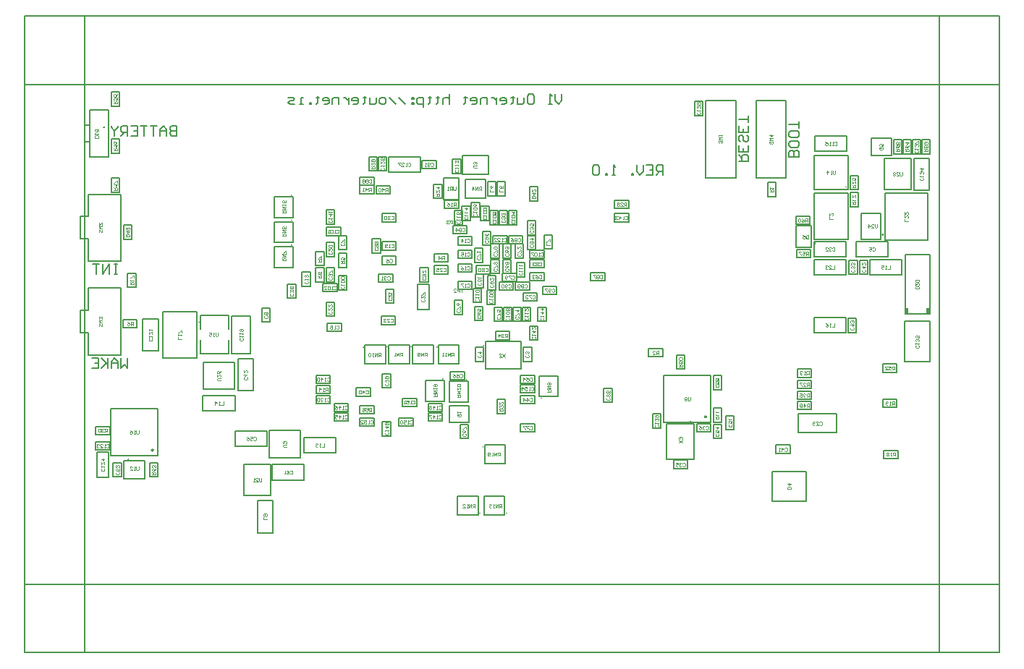
<source format=gbo>
G04 Layer_Color=16776960*
%FSLAX25Y25*%
%MOIN*%
G70*
G01*
G75*
%ADD66C,0.00400*%
%ADD67C,0.01000*%
%ADD71C,0.00800*%
%ADD115C,0.00500*%
%ADD238R,0.01673X0.02756*%
%ADD239R,0.01476X0.02854*%
D66*
X-174657Y119291D02*
Y120891D01*
X-175456D01*
X-175723Y120624D01*
Y120091D01*
X-175456Y119825D01*
X-174657D01*
X-175190D02*
X-175723Y119291D01*
X-177322Y120891D02*
X-176789Y120624D01*
X-176256Y120091D01*
Y119558D01*
X-176523Y119291D01*
X-177056D01*
X-177322Y119558D01*
Y119825D01*
X-177056Y120091D01*
X-176256D01*
X-101024Y133958D02*
X-100757Y133691D01*
Y133158D01*
X-101024Y132891D01*
X-102090D01*
X-102357Y133158D01*
Y133691D01*
X-102090Y133958D01*
X-101024Y134491D02*
X-100757Y134757D01*
Y135291D01*
X-101024Y135557D01*
X-101290D01*
X-101557Y135291D01*
Y135024D01*
Y135291D01*
X-101823Y135557D01*
X-102090D01*
X-102357Y135291D01*
Y134757D01*
X-102090Y134491D01*
X-101024Y136090D02*
X-100757Y136357D01*
Y136890D01*
X-101024Y137157D01*
X-101290D01*
X-101557Y136890D01*
X-101823Y137157D01*
X-102090D01*
X-102357Y136890D01*
Y136357D01*
X-102090Y136090D01*
X-101823D01*
X-101557Y136357D01*
X-101290Y136090D01*
X-101024D01*
X-101557Y136357D02*
Y136890D01*
X-83324Y141458D02*
X-83057Y141191D01*
Y140658D01*
X-83324Y140391D01*
X-84390D01*
X-84657Y140658D01*
Y141191D01*
X-84390Y141458D01*
X-83324Y141991D02*
X-83057Y142257D01*
Y142791D01*
X-83324Y143057D01*
X-83590D01*
X-83857Y142791D01*
Y142524D01*
Y142791D01*
X-84123Y143057D01*
X-84390D01*
X-84657Y142791D01*
Y142257D01*
X-84390Y141991D01*
X-83057Y143590D02*
Y144657D01*
X-83324D01*
X-84390Y143590D01*
X-84657D01*
X-57423Y141524D02*
X-57156Y141791D01*
X-56623D01*
X-56357Y141524D01*
Y140458D01*
X-56623Y140191D01*
X-57156D01*
X-57423Y140458D01*
X-57956Y141524D02*
X-58223Y141791D01*
X-58756D01*
X-59022Y141524D01*
Y141258D01*
X-58756Y140991D01*
X-58489D01*
X-58756D01*
X-59022Y140725D01*
Y140458D01*
X-58756Y140191D01*
X-58223D01*
X-57956Y140458D01*
X-59556Y140191D02*
X-60089D01*
X-59822D01*
Y141791D01*
X-59556Y141524D01*
X-55623Y169424D02*
X-55356Y169691D01*
X-54823D01*
X-54557Y169424D01*
Y168358D01*
X-54823Y168091D01*
X-55356D01*
X-55623Y168358D01*
X-56156Y169424D02*
X-56423Y169691D01*
X-56956D01*
X-57222Y169424D01*
Y169158D01*
X-56956Y168891D01*
X-56689D01*
X-56956D01*
X-57222Y168624D01*
Y168358D01*
X-56956Y168091D01*
X-56423D01*
X-56156Y168358D01*
X-57756Y169424D02*
X-58022Y169691D01*
X-58555D01*
X-58822Y169424D01*
Y168358D01*
X-58555Y168091D01*
X-58022D01*
X-57756Y168358D01*
Y169424D01*
X-190557Y205691D02*
X-192157D01*
Y206491D01*
X-191890Y206758D01*
X-190824D01*
X-190557Y206491D01*
Y205691D01*
X-192157Y207291D02*
Y207824D01*
Y207557D01*
X-190557D01*
X-190824Y207291D01*
Y208624D02*
X-190557Y208890D01*
Y209423D01*
X-190824Y209690D01*
X-191090D01*
X-191357Y209423D01*
X-191623Y209690D01*
X-191890D01*
X-192157Y209423D01*
Y208890D01*
X-191890Y208624D01*
X-191623D01*
X-191357Y208890D01*
X-191090Y208624D01*
X-190824D01*
X-191357Y208890D02*
Y209423D01*
X7576Y105658D02*
X7843Y105391D01*
Y104858D01*
X7576Y104591D01*
X6510D01*
X6243Y104858D01*
Y105391D01*
X6510Y105658D01*
X7576Y106191D02*
X7843Y106457D01*
Y106991D01*
X7576Y107257D01*
X7310D01*
X7043Y106991D01*
Y106724D01*
Y106991D01*
X6776Y107257D01*
X6510D01*
X6243Y106991D01*
Y106457D01*
X6510Y106191D01*
X-14424Y105658D02*
X-14157Y105391D01*
Y104858D01*
X-14424Y104591D01*
X-15490D01*
X-15757Y104858D01*
Y105391D01*
X-15490Y105658D01*
X-15757Y106991D02*
X-14157D01*
X-14957Y106191D01*
Y107257D01*
X165977Y154824D02*
X166244Y155091D01*
X166777D01*
X167043Y154824D01*
Y153758D01*
X166777Y153491D01*
X166244D01*
X165977Y153758D01*
X164377Y155091D02*
X165444D01*
Y154291D01*
X164911Y154558D01*
X164644D01*
X164377Y154291D01*
Y153758D01*
X164644Y153491D01*
X165177D01*
X165444Y153758D01*
X-56423Y149724D02*
X-56156Y149991D01*
X-55623D01*
X-55357Y149724D01*
Y148658D01*
X-55623Y148391D01*
X-56156D01*
X-56423Y148658D01*
X-58022Y149991D02*
X-57489Y149724D01*
X-56956Y149191D01*
Y148658D01*
X-57223Y148391D01*
X-57756D01*
X-58022Y148658D01*
Y148925D01*
X-57756Y149191D01*
X-56956D01*
X-77424Y157158D02*
X-77157Y156891D01*
Y156358D01*
X-77424Y156091D01*
X-78490D01*
X-78757Y156358D01*
Y156891D01*
X-78490Y157158D01*
X-77157Y157691D02*
Y158757D01*
X-77424D01*
X-78490Y157691D01*
X-78757D01*
X-112824Y123758D02*
X-112557Y123491D01*
Y122958D01*
X-112824Y122691D01*
X-113890D01*
X-114157Y122958D01*
Y123491D01*
X-113890Y123758D01*
X-112824Y124291D02*
X-112557Y124557D01*
Y125091D01*
X-112824Y125357D01*
X-113090D01*
X-113357Y125091D01*
X-113623Y125357D01*
X-113890D01*
X-114157Y125091D01*
Y124557D01*
X-113890Y124291D01*
X-113623D01*
X-113357Y124557D01*
X-113090Y124291D01*
X-112824D01*
X-113357Y124557D02*
Y125091D01*
X-94324Y139658D02*
X-94057Y139391D01*
Y138858D01*
X-94324Y138591D01*
X-95390D01*
X-95657Y138858D01*
Y139391D01*
X-95390Y139658D01*
X-95657Y140191D02*
Y140724D01*
Y140457D01*
X-94057D01*
X-94324Y140191D01*
Y141524D02*
X-94057Y141790D01*
Y142324D01*
X-94324Y142590D01*
X-94590D01*
X-94857Y142324D01*
Y142057D01*
Y142324D01*
X-95123Y142590D01*
X-95390D01*
X-95657Y142324D01*
Y141790D01*
X-95390Y141524D01*
X-20723Y158824D02*
X-20456Y159091D01*
X-19923D01*
X-19657Y158824D01*
Y157758D01*
X-19923Y157491D01*
X-20456D01*
X-20723Y157758D01*
X-21256Y157491D02*
X-21789D01*
X-21523D01*
Y159091D01*
X-21256Y158824D01*
X-23389Y157491D02*
Y159091D01*
X-22589Y158291D01*
X-23655D01*
X-20723Y152524D02*
X-20456Y152791D01*
X-19923D01*
X-19657Y152524D01*
Y151458D01*
X-19923Y151191D01*
X-20456D01*
X-20723Y151458D01*
X-21256Y151191D02*
X-21789D01*
X-21523D01*
Y152791D01*
X-21256Y152524D01*
X-23655Y152791D02*
X-22589D01*
Y151991D01*
X-23122Y152258D01*
X-23389D01*
X-23655Y151991D01*
Y151458D01*
X-23389Y151191D01*
X-22856D01*
X-22589Y151458D01*
X-20723Y146224D02*
X-20456Y146491D01*
X-19923D01*
X-19657Y146224D01*
Y145158D01*
X-19923Y144891D01*
X-20456D01*
X-20723Y145158D01*
X-21256Y144891D02*
X-21789D01*
X-21523D01*
Y146491D01*
X-21256Y146224D01*
X-23655Y146491D02*
X-23122Y146224D01*
X-22589Y145691D01*
Y145158D01*
X-22856Y144891D01*
X-23389D01*
X-23655Y145158D01*
Y145424D01*
X-23389Y145691D01*
X-22589D01*
X-20723Y138324D02*
X-20456Y138591D01*
X-19923D01*
X-19657Y138324D01*
Y137258D01*
X-19923Y136991D01*
X-20456D01*
X-20723Y137258D01*
X-21256Y136991D02*
X-21789D01*
X-21523D01*
Y138591D01*
X-21256Y138324D01*
X-22589Y138591D02*
X-23655D01*
Y138324D01*
X-22589Y137258D01*
Y136991D01*
X-80923Y119024D02*
X-80656Y119291D01*
X-80123D01*
X-79857Y119024D01*
Y117958D01*
X-80123Y117691D01*
X-80656D01*
X-80923Y117958D01*
X-81456Y117691D02*
X-81989D01*
X-81723D01*
Y119291D01*
X-81456Y119024D01*
X-82789D02*
X-83056Y119291D01*
X-83589D01*
X-83855Y119024D01*
Y118758D01*
X-83589Y118491D01*
X-83855Y118225D01*
Y117958D01*
X-83589Y117691D01*
X-83056D01*
X-82789Y117958D01*
Y118225D01*
X-83056Y118491D01*
X-82789Y118758D01*
Y119024D01*
X-83056Y118491D02*
X-83589D01*
X-55723Y156424D02*
X-55456Y156691D01*
X-54923D01*
X-54657Y156424D01*
Y155358D01*
X-54923Y155091D01*
X-55456D01*
X-55723Y155358D01*
X-56256Y155091D02*
X-56789D01*
X-56523D01*
Y156691D01*
X-56256Y156424D01*
X-57589Y155358D02*
X-57856Y155091D01*
X-58389D01*
X-58655Y155358D01*
Y156424D01*
X-58389Y156691D01*
X-57856D01*
X-57589Y156424D01*
Y156158D01*
X-57856Y155891D01*
X-58655D01*
X-83324Y153158D02*
X-83057Y152891D01*
Y152358D01*
X-83324Y152091D01*
X-84390D01*
X-84657Y152358D01*
Y152891D01*
X-84390Y153158D01*
X-84657Y154757D02*
Y153691D01*
X-83590Y154757D01*
X-83324D01*
X-83057Y154491D01*
Y153957D01*
X-83324Y153691D01*
Y155290D02*
X-83057Y155557D01*
Y156090D01*
X-83324Y156357D01*
X-84390D01*
X-84657Y156090D01*
Y155557D01*
X-84390Y155290D01*
X-83324D01*
X-55724Y131858D02*
X-55457Y131591D01*
Y131058D01*
X-55724Y130791D01*
X-56790D01*
X-57057Y131058D01*
Y131591D01*
X-56790Y131858D01*
X-57057Y133457D02*
Y132391D01*
X-55990Y133457D01*
X-55724D01*
X-55457Y133191D01*
Y132657D01*
X-55724Y132391D01*
X-57057Y133990D02*
Y134523D01*
Y134257D01*
X-55457D01*
X-55724Y133990D01*
X-83324Y125658D02*
X-83057Y125391D01*
Y124858D01*
X-83324Y124591D01*
X-84390D01*
X-84657Y124858D01*
Y125391D01*
X-84390Y125658D01*
X-84657Y127257D02*
Y126191D01*
X-83590Y127257D01*
X-83324D01*
X-83057Y126991D01*
Y126457D01*
X-83324Y126191D01*
X-84657Y128857D02*
Y127790D01*
X-83590Y128857D01*
X-83324D01*
X-83057Y128590D01*
Y128057D01*
X-83324Y127790D01*
X-56023Y122124D02*
X-55756Y122391D01*
X-55223D01*
X-54957Y122124D01*
Y121058D01*
X-55223Y120791D01*
X-55756D01*
X-56023Y121058D01*
X-57622Y120791D02*
X-56556D01*
X-57622Y121858D01*
Y122124D01*
X-57356Y122391D01*
X-56823D01*
X-56556Y122124D01*
X-58156D02*
X-58422Y122391D01*
X-58955D01*
X-59222Y122124D01*
Y121858D01*
X-58955Y121591D01*
X-58689D01*
X-58955D01*
X-59222Y121325D01*
Y121058D01*
X-58955Y120791D01*
X-58422D01*
X-58156Y121058D01*
X-31623Y145424D02*
X-31356Y145691D01*
X-30823D01*
X-30557Y145424D01*
Y144358D01*
X-30823Y144091D01*
X-31356D01*
X-31623Y144358D01*
X-33222Y144091D02*
X-32156D01*
X-33222Y145158D01*
Y145424D01*
X-32956Y145691D01*
X-32423D01*
X-32156Y145424D01*
X-34822Y145691D02*
X-33756D01*
Y144891D01*
X-34289Y145158D01*
X-34555D01*
X-34822Y144891D01*
Y144358D01*
X-34555Y144091D01*
X-34022D01*
X-33756Y144358D01*
X-40424Y131258D02*
X-40157Y130991D01*
Y130458D01*
X-40424Y130191D01*
X-41490D01*
X-41757Y130458D01*
Y130991D01*
X-41490Y131258D01*
X-41757Y132857D02*
Y131791D01*
X-40690Y132857D01*
X-40424D01*
X-40157Y132591D01*
Y132057D01*
X-40424Y131791D01*
X-40157Y133390D02*
Y134457D01*
X-40424D01*
X-41490Y133390D01*
X-41757D01*
X141577Y74724D02*
X141844Y74991D01*
X142377D01*
X142643Y74724D01*
Y73658D01*
X142377Y73391D01*
X141844D01*
X141577Y73658D01*
X139978Y73391D02*
X141044D01*
X139978Y74458D01*
Y74724D01*
X140244Y74991D01*
X140777D01*
X141044Y74724D01*
X139444Y73658D02*
X139178Y73391D01*
X138645D01*
X138378Y73658D01*
Y74724D01*
X138645Y74991D01*
X139178D01*
X139444Y74724D01*
Y74458D01*
X139178Y74191D01*
X138378D01*
X147477Y154824D02*
X147744Y155091D01*
X148277D01*
X148543Y154824D01*
Y153758D01*
X148277Y153491D01*
X147744D01*
X147477Y153758D01*
X146944Y154824D02*
X146677Y155091D01*
X146144D01*
X145878Y154824D01*
Y154558D01*
X146144Y154291D01*
X146411D01*
X146144D01*
X145878Y154025D01*
Y153758D01*
X146144Y153491D01*
X146677D01*
X146944Y153758D01*
X144278Y153491D02*
X145344D01*
X144278Y154558D01*
Y154824D01*
X144545Y155091D01*
X145078D01*
X145344Y154824D01*
X157576Y144958D02*
X157843Y144691D01*
Y144158D01*
X157576Y143891D01*
X156510D01*
X156243Y144158D01*
Y144691D01*
X156510Y144958D01*
X157576Y145491D02*
X157843Y145757D01*
Y146291D01*
X157576Y146557D01*
X157310D01*
X157043Y146291D01*
Y146024D01*
Y146291D01*
X156776Y146557D01*
X156510D01*
X156243Y146291D01*
Y145757D01*
X156510Y145491D01*
X157576Y147090D02*
X157843Y147357D01*
Y147890D01*
X157576Y148157D01*
X157310D01*
X157043Y147890D01*
Y147624D01*
Y147890D01*
X156776Y148157D01*
X156510D01*
X156243Y147890D01*
Y147357D01*
X156510Y147090D01*
X78577Y55724D02*
X78844Y55991D01*
X79377D01*
X79643Y55724D01*
Y54658D01*
X79377Y54391D01*
X78844D01*
X78577Y54658D01*
X78044Y55724D02*
X77777Y55991D01*
X77244D01*
X76977Y55724D01*
Y55458D01*
X77244Y55191D01*
X77511D01*
X77244D01*
X76977Y54924D01*
Y54658D01*
X77244Y54391D01*
X77777D01*
X78044Y54658D01*
X75378Y55991D02*
X76444D01*
Y55191D01*
X75911Y55458D01*
X75645D01*
X75378Y55191D01*
Y54658D01*
X75645Y54391D01*
X76178D01*
X76444Y54658D01*
X89277Y72624D02*
X89544Y72891D01*
X90077D01*
X90343Y72624D01*
Y71558D01*
X90077Y71291D01*
X89544D01*
X89277Y71558D01*
X88744Y72624D02*
X88477Y72891D01*
X87944D01*
X87678Y72624D01*
Y72358D01*
X87944Y72091D01*
X88211D01*
X87944D01*
X87678Y71825D01*
Y71558D01*
X87944Y71291D01*
X88477D01*
X88744Y71558D01*
X86078Y72891D02*
X86611Y72624D01*
X87144Y72091D01*
Y71558D01*
X86878Y71291D01*
X86345D01*
X86078Y71558D01*
Y71825D01*
X86345Y72091D01*
X87144D01*
X125577Y62724D02*
X125844Y62991D01*
X126377D01*
X126643Y62724D01*
Y61658D01*
X126377Y61391D01*
X125844D01*
X125577Y61658D01*
X124244Y61391D02*
Y62991D01*
X125044Y62191D01*
X123977D01*
X123444Y61391D02*
X122911D01*
X123178D01*
Y62991D01*
X123444Y62724D01*
X162376Y144958D02*
X162643Y144691D01*
Y144158D01*
X162376Y143891D01*
X161310D01*
X161043Y144158D01*
Y144691D01*
X161310Y144958D01*
X161043Y146291D02*
X162643D01*
X161843Y145491D01*
Y146557D01*
X161043Y148157D02*
Y147090D01*
X162110Y148157D01*
X162376D01*
X162643Y147890D01*
Y147357D01*
X162376Y147090D01*
X157176Y118258D02*
X157443Y117991D01*
Y117458D01*
X157176Y117191D01*
X156110D01*
X155843Y117458D01*
Y117991D01*
X156110Y118258D01*
X155843Y119591D02*
X157443D01*
X156643Y118791D01*
Y119857D01*
X157176Y120390D02*
X157443Y120657D01*
Y121190D01*
X157176Y121457D01*
X156910D01*
X156643Y121190D01*
Y120923D01*
Y121190D01*
X156377Y121457D01*
X156110D01*
X155843Y121190D01*
Y120657D01*
X156110Y120390D01*
X8177Y85524D02*
X8444Y85791D01*
X8977D01*
X9243Y85524D01*
Y84458D01*
X8977Y84191D01*
X8444D01*
X8177Y84458D01*
X6844Y84191D02*
Y85791D01*
X7644Y84991D01*
X6577D01*
X5245Y84191D02*
Y85791D01*
X6044Y84991D01*
X4978D01*
X100976Y73658D02*
X101243Y73391D01*
Y72858D01*
X100976Y72591D01*
X99910D01*
X99643Y72858D01*
Y73391D01*
X99910Y73658D01*
X101243Y75257D02*
Y74191D01*
X100443D01*
X100710Y74724D01*
Y74991D01*
X100443Y75257D01*
X99910D01*
X99643Y74991D01*
Y74457D01*
X99910Y74191D01*
X99643Y75790D02*
Y76323D01*
Y76057D01*
X101243D01*
X100976Y75790D01*
X94976Y69358D02*
X95243Y69091D01*
Y68558D01*
X94976Y68291D01*
X93910D01*
X93643Y68558D01*
Y69091D01*
X93910Y69358D01*
X95243Y70957D02*
Y69891D01*
X94443D01*
X94710Y70424D01*
Y70691D01*
X94443Y70957D01*
X93910D01*
X93643Y70691D01*
Y70157D01*
X93910Y69891D01*
X93643Y72290D02*
X95243D01*
X94443Y71490D01*
Y72557D01*
X94976Y91858D02*
X95243Y91591D01*
Y91058D01*
X94976Y90791D01*
X93910D01*
X93643Y91058D01*
Y91591D01*
X93910Y91858D01*
X95243Y93457D02*
Y92391D01*
X94443D01*
X94710Y92924D01*
Y93191D01*
X94443Y93457D01*
X93910D01*
X93643Y93191D01*
Y92657D01*
X93910Y92391D01*
X95243Y95057D02*
Y93990D01*
X94443D01*
X94710Y94524D01*
Y94790D01*
X94443Y95057D01*
X93910D01*
X93643Y94790D01*
Y94257D01*
X93910Y93990D01*
X-119123Y67624D02*
X-118856Y67891D01*
X-118323D01*
X-118057Y67624D01*
Y66558D01*
X-118323Y66291D01*
X-118856D01*
X-119123Y66558D01*
X-120722Y67891D02*
X-119656D01*
Y67091D01*
X-120189Y67358D01*
X-120456D01*
X-120722Y67091D01*
Y66558D01*
X-120456Y66291D01*
X-119923D01*
X-119656Y66558D01*
X-122322Y67891D02*
X-121789Y67624D01*
X-121256Y67091D01*
Y66558D01*
X-121522Y66291D01*
X-122055D01*
X-122322Y66558D01*
Y66825D01*
X-122055Y67091D01*
X-121256D01*
X-102323Y52124D02*
X-102056Y52391D01*
X-101523D01*
X-101257Y52124D01*
Y51058D01*
X-101523Y50791D01*
X-102056D01*
X-102323Y51058D01*
X-103922Y52391D02*
X-103389Y52124D01*
X-102856Y51591D01*
Y51058D01*
X-103123Y50791D01*
X-103656D01*
X-103922Y51058D01*
Y51324D01*
X-103656Y51591D01*
X-102856D01*
X-104456Y50791D02*
X-104989D01*
X-104722D01*
Y52391D01*
X-104456Y52124D01*
X-122324Y95358D02*
X-122057Y95091D01*
Y94558D01*
X-122324Y94291D01*
X-123390D01*
X-123657Y94558D01*
Y95091D01*
X-123390Y95358D01*
X-122057Y96957D02*
X-122324Y96424D01*
X-122857Y95891D01*
X-123390D01*
X-123657Y96157D01*
Y96691D01*
X-123390Y96957D01*
X-123124D01*
X-122857Y96691D01*
Y95891D01*
X-123657Y98557D02*
Y97490D01*
X-122590Y98557D01*
X-122324D01*
X-122057Y98290D01*
Y97757D01*
X-122324Y97490D01*
X12477Y142224D02*
X12744Y142491D01*
X13277D01*
X13543Y142224D01*
Y141158D01*
X13277Y140891D01*
X12744D01*
X12477Y141158D01*
X10877Y142491D02*
X11411Y142224D01*
X11944Y141691D01*
Y141158D01*
X11677Y140891D01*
X11144D01*
X10877Y141158D01*
Y141425D01*
X11144Y141691D01*
X11944D01*
X10344Y142224D02*
X10078Y142491D01*
X9545D01*
X9278Y142224D01*
Y141958D01*
X9545Y141691D01*
X9811D01*
X9545D01*
X9278Y141425D01*
Y141158D01*
X9545Y140891D01*
X10078D01*
X10344Y141158D01*
X8177Y95024D02*
X8444Y95291D01*
X8977D01*
X9243Y95024D01*
Y93958D01*
X8977Y93691D01*
X8444D01*
X8177Y93958D01*
X6577Y95291D02*
X7111Y95024D01*
X7644Y94491D01*
Y93958D01*
X7377Y93691D01*
X6844D01*
X6577Y93958D01*
Y94225D01*
X6844Y94491D01*
X7644D01*
X5245Y93691D02*
Y95291D01*
X6044Y94491D01*
X4978D01*
X-14724Y123758D02*
X-14457Y123491D01*
Y122958D01*
X-14724Y122691D01*
X-15790D01*
X-16057Y122958D01*
Y123491D01*
X-15790Y123758D01*
X-14457Y125357D02*
X-14724Y124824D01*
X-15257Y124291D01*
X-15790D01*
X-16057Y124557D01*
Y125091D01*
X-15790Y125357D01*
X-15524D01*
X-15257Y125091D01*
Y124291D01*
X-14457Y126957D02*
Y125890D01*
X-15257D01*
X-14990Y126424D01*
Y126690D01*
X-15257Y126957D01*
X-15790D01*
X-16057Y126690D01*
Y126157D01*
X-15790Y125890D01*
X-24123Y96624D02*
X-23856Y96891D01*
X-23323D01*
X-23057Y96624D01*
Y95558D01*
X-23323Y95291D01*
X-23856D01*
X-24123Y95558D01*
X-25723Y96891D02*
X-25189Y96624D01*
X-24656Y96091D01*
Y95558D01*
X-24923Y95291D01*
X-25456D01*
X-25723Y95558D01*
Y95824D01*
X-25456Y96091D01*
X-24656D01*
X-27322Y96891D02*
X-26789Y96624D01*
X-26256Y96091D01*
Y95558D01*
X-26522Y95291D01*
X-27055D01*
X-27322Y95558D01*
Y95824D01*
X-27055Y96091D01*
X-26256D01*
X-21524Y69358D02*
X-21257Y69091D01*
Y68558D01*
X-21524Y68291D01*
X-22590D01*
X-22857Y68558D01*
Y69091D01*
X-22590Y69358D01*
X-21257Y70957D02*
X-21524Y70424D01*
X-22057Y69891D01*
X-22590D01*
X-22857Y70157D01*
Y70691D01*
X-22590Y70957D01*
X-22323D01*
X-22057Y70691D01*
Y69891D01*
X-21257Y71490D02*
Y72557D01*
X-21524D01*
X-22590Y71490D01*
X-22857D01*
X-1824Y145358D02*
X-1557Y145091D01*
Y144558D01*
X-1824Y144291D01*
X-2890D01*
X-3157Y144558D01*
Y145091D01*
X-2890Y145358D01*
X-1557Y146957D02*
X-1824Y146424D01*
X-2357Y145891D01*
X-2890D01*
X-3157Y146157D01*
Y146691D01*
X-2890Y146957D01*
X-2623D01*
X-2357Y146691D01*
Y145891D01*
X-1824Y147490D02*
X-1557Y147757D01*
Y148290D01*
X-1824Y148557D01*
X-2090D01*
X-2357Y148290D01*
X-2623Y148557D01*
X-2890D01*
X-3157Y148290D01*
Y147757D01*
X-2890Y147490D01*
X-2623D01*
X-2357Y147757D01*
X-2090Y147490D01*
X-1824D01*
X-2357Y147757D02*
Y148290D01*
X-1824Y152458D02*
X-1557Y152191D01*
Y151658D01*
X-1824Y151391D01*
X-2890D01*
X-3157Y151658D01*
Y152191D01*
X-2890Y152458D01*
X-1557Y154057D02*
X-1824Y153524D01*
X-2357Y152991D01*
X-2890D01*
X-3157Y153257D01*
Y153791D01*
X-2890Y154057D01*
X-2623D01*
X-2357Y153791D01*
Y152991D01*
X-2890Y154590D02*
X-3157Y154857D01*
Y155390D01*
X-2890Y155657D01*
X-1824D01*
X-1557Y155390D01*
Y154857D01*
X-1824Y154590D01*
X-2090D01*
X-2357Y154857D01*
Y155657D01*
X-7324Y152458D02*
X-7057Y152191D01*
Y151658D01*
X-7324Y151391D01*
X-8390D01*
X-8657Y151658D01*
Y152191D01*
X-8390Y152458D01*
X-7057Y152991D02*
Y154057D01*
X-7324D01*
X-8390Y152991D01*
X-8657D01*
X-7324Y154590D02*
X-7057Y154857D01*
Y155390D01*
X-7324Y155657D01*
X-8390D01*
X-8657Y155390D01*
Y154857D01*
X-8390Y154590D01*
X-7324D01*
X-14824Y150758D02*
X-14557Y150491D01*
Y149958D01*
X-14824Y149691D01*
X-15890D01*
X-16157Y149958D01*
Y150491D01*
X-15890Y150758D01*
X-14557Y151291D02*
Y152357D01*
X-14824D01*
X-15890Y151291D01*
X-16157D01*
Y152890D02*
Y153424D01*
Y153157D01*
X-14557D01*
X-14824Y152890D01*
X3676Y152458D02*
X3943Y152191D01*
Y151658D01*
X3676Y151391D01*
X2610D01*
X2343Y151658D01*
Y152191D01*
X2610Y152458D01*
X3943Y152991D02*
Y154057D01*
X3676D01*
X2610Y152991D01*
X2343D01*
Y155657D02*
Y154590D01*
X3410Y155657D01*
X3676D01*
X3943Y155390D01*
Y154857D01*
X3676Y154590D01*
X9377Y132824D02*
X9644Y133091D01*
X10177D01*
X10443Y132824D01*
Y131758D01*
X10177Y131491D01*
X9644D01*
X9377Y131758D01*
X8844Y133091D02*
X7778D01*
Y132824D01*
X8844Y131758D01*
Y131491D01*
X7244Y132824D02*
X6978Y133091D01*
X6445D01*
X6178Y132824D01*
Y132558D01*
X6445Y132291D01*
X6711D01*
X6445D01*
X6178Y132025D01*
Y131758D01*
X6445Y131491D01*
X6978D01*
X7244Y131758D01*
X2876Y123358D02*
X3143Y123091D01*
Y122558D01*
X2876Y122291D01*
X1810D01*
X1543Y122558D01*
Y123091D01*
X1810Y123358D01*
X3143Y123891D02*
Y124957D01*
X2876D01*
X1810Y123891D01*
X1543D01*
Y126290D02*
X3143D01*
X2343Y125490D01*
Y126557D01*
X-5724Y123358D02*
X-5457Y123091D01*
Y122558D01*
X-5724Y122291D01*
X-6790D01*
X-7057Y122558D01*
Y123091D01*
X-6790Y123358D01*
X-5457Y123891D02*
Y124957D01*
X-5724D01*
X-6790Y123891D01*
X-7057D01*
X-5457Y126557D02*
Y125490D01*
X-6257D01*
X-5990Y126023D01*
Y126290D01*
X-6257Y126557D01*
X-6790D01*
X-7057Y126290D01*
Y125757D01*
X-6790Y125490D01*
X-24224Y126458D02*
X-23957Y126191D01*
Y125658D01*
X-24224Y125391D01*
X-25290D01*
X-25557Y125658D01*
Y126191D01*
X-25290Y126458D01*
X-23957Y126991D02*
Y128057D01*
X-24224D01*
X-25290Y126991D01*
X-25557D01*
X-23957Y129657D02*
X-24224Y129123D01*
X-24757Y128590D01*
X-25290D01*
X-25557Y128857D01*
Y129390D01*
X-25290Y129657D01*
X-25023D01*
X-24757Y129390D01*
Y128590D01*
X8177Y72624D02*
X8444Y72891D01*
X8977D01*
X9243Y72624D01*
Y71558D01*
X8977Y71291D01*
X8444D01*
X8177Y71558D01*
X7644Y72891D02*
X6577D01*
Y72624D01*
X7644Y71558D01*
Y71291D01*
X6044Y72891D02*
X4978D01*
Y72624D01*
X6044Y71558D01*
Y71291D01*
X-7324Y145358D02*
X-7057Y145091D01*
Y144558D01*
X-7324Y144291D01*
X-8390D01*
X-8657Y144558D01*
Y145091D01*
X-8390Y145358D01*
X-7057Y145891D02*
Y146957D01*
X-7324D01*
X-8390Y145891D01*
X-8657D01*
X-7324Y147490D02*
X-7057Y147757D01*
Y148290D01*
X-7324Y148557D01*
X-7590D01*
X-7857Y148290D01*
X-8123Y148557D01*
X-8390D01*
X-8657Y148290D01*
Y147757D01*
X-8390Y147490D01*
X-8123D01*
X-7857Y147757D01*
X-7590Y147490D01*
X-7324D01*
X-7857Y147757D02*
Y148290D01*
X-123Y141824D02*
X144Y142091D01*
X677D01*
X943Y141824D01*
Y140758D01*
X677Y140491D01*
X144D01*
X-123Y140758D01*
X-656Y142091D02*
X-1722D01*
Y141824D01*
X-656Y140758D01*
Y140491D01*
X-2256Y140758D02*
X-2522Y140491D01*
X-3055D01*
X-3322Y140758D01*
Y141824D01*
X-3055Y142091D01*
X-2522D01*
X-2256Y141824D01*
Y141558D01*
X-2522Y141291D01*
X-3322D01*
X-12323Y145424D02*
X-12056Y145691D01*
X-11523D01*
X-11257Y145424D01*
Y144358D01*
X-11523Y144091D01*
X-12056D01*
X-12323Y144358D01*
X-12856Y145424D02*
X-13123Y145691D01*
X-13656D01*
X-13923Y145424D01*
Y145158D01*
X-13656Y144891D01*
X-13923Y144624D01*
Y144358D01*
X-13656Y144091D01*
X-13123D01*
X-12856Y144358D01*
Y144624D01*
X-13123Y144891D01*
X-12856Y145158D01*
Y145424D01*
X-13123Y144891D02*
X-13656D01*
X-14456Y145424D02*
X-14722Y145691D01*
X-15255D01*
X-15522Y145424D01*
Y144358D01*
X-15255Y144091D01*
X-14722D01*
X-14456Y144358D01*
Y145424D01*
X-14424Y138958D02*
X-14157Y138691D01*
Y138158D01*
X-14424Y137891D01*
X-15490D01*
X-15757Y138158D01*
Y138691D01*
X-15490Y138958D01*
X-14424Y139491D02*
X-14157Y139757D01*
Y140291D01*
X-14424Y140557D01*
X-14690D01*
X-14957Y140291D01*
X-15224Y140557D01*
X-15490D01*
X-15757Y140291D01*
Y139757D01*
X-15490Y139491D01*
X-15224D01*
X-14957Y139757D01*
X-14690Y139491D01*
X-14424D01*
X-14957Y139757D02*
Y140291D01*
X-15757Y141090D02*
Y141623D01*
Y141357D01*
X-14157D01*
X-14424Y141090D01*
X-8924Y137958D02*
X-8657Y137691D01*
Y137158D01*
X-8924Y136891D01*
X-9990D01*
X-10257Y137158D01*
Y137691D01*
X-9990Y137958D01*
X-8924Y138491D02*
X-8657Y138757D01*
Y139291D01*
X-8924Y139557D01*
X-9190D01*
X-9457Y139291D01*
X-9724Y139557D01*
X-9990D01*
X-10257Y139291D01*
Y138757D01*
X-9990Y138491D01*
X-9724D01*
X-9457Y138757D01*
X-9190Y138491D01*
X-8924D01*
X-9457Y138757D02*
Y139291D01*
X-10257Y141157D02*
Y140090D01*
X-9190Y141157D01*
X-8924D01*
X-8657Y140890D01*
Y140357D01*
X-8924Y140090D01*
X12477Y148124D02*
X12744Y148391D01*
X13277D01*
X13543Y148124D01*
Y147058D01*
X13277Y146791D01*
X12744D01*
X12477Y147058D01*
X11944Y148124D02*
X11677Y148391D01*
X11144D01*
X10877Y148124D01*
Y147858D01*
X11144Y147591D01*
X10877Y147325D01*
Y147058D01*
X11144Y146791D01*
X11677D01*
X11944Y147058D01*
Y147325D01*
X11677Y147591D01*
X11944Y147858D01*
Y148124D01*
X11677Y147591D02*
X11144D01*
X10344Y148124D02*
X10078Y148391D01*
X9545D01*
X9278Y148124D01*
Y147858D01*
X9545Y147591D01*
X9811D01*
X9545D01*
X9278Y147325D01*
Y147058D01*
X9545Y146791D01*
X10078D01*
X10344Y147058D01*
X9576Y156458D02*
X9843Y156191D01*
Y155658D01*
X9576Y155391D01*
X8510D01*
X8243Y155658D01*
Y156191D01*
X8510Y156458D01*
X9576Y156991D02*
X9843Y157257D01*
Y157791D01*
X9576Y158057D01*
X9310D01*
X9043Y157791D01*
X8777Y158057D01*
X8510D01*
X8243Y157791D01*
Y157257D01*
X8510Y156991D01*
X8777D01*
X9043Y157257D01*
X9310Y156991D01*
X9576D01*
X9043Y157257D02*
Y157791D01*
X8243Y159390D02*
X9843D01*
X9043Y158590D01*
Y159657D01*
X44676Y85958D02*
X44943Y85691D01*
Y85158D01*
X44676Y84891D01*
X43610D01*
X43343Y85158D01*
Y85691D01*
X43610Y85958D01*
X44676Y86491D02*
X44943Y86757D01*
Y87291D01*
X44676Y87557D01*
X44410D01*
X44143Y87291D01*
X43876Y87557D01*
X43610D01*
X43343Y87291D01*
Y86757D01*
X43610Y86491D01*
X43876D01*
X44143Y86757D01*
X44410Y86491D01*
X44676D01*
X44143Y86757D02*
Y87291D01*
X44943Y89157D02*
Y88090D01*
X44143D01*
X44410Y88623D01*
Y88890D01*
X44143Y89157D01*
X43610D01*
X43343Y88890D01*
Y88357D01*
X43610Y88090D01*
X2677Y159224D02*
X2944Y159491D01*
X3477D01*
X3743Y159224D01*
Y158158D01*
X3477Y157891D01*
X2944D01*
X2677Y158158D01*
X2144Y159224D02*
X1877Y159491D01*
X1344D01*
X1077Y159224D01*
Y158958D01*
X1344Y158691D01*
X1077Y158424D01*
Y158158D01*
X1344Y157891D01*
X1877D01*
X2144Y158158D01*
Y158424D01*
X1877Y158691D01*
X2144Y158958D01*
Y159224D01*
X1877Y158691D02*
X1344D01*
X-522Y159491D02*
X11Y159224D01*
X544Y158691D01*
Y158158D01*
X278Y157891D01*
X-255D01*
X-522Y158158D01*
Y158424D01*
X-255Y158691D01*
X544D01*
X40477Y142224D02*
X40744Y142491D01*
X41277D01*
X41543Y142224D01*
Y141158D01*
X41277Y140891D01*
X40744D01*
X40477Y141158D01*
X39944Y142224D02*
X39677Y142491D01*
X39144D01*
X38877Y142224D01*
Y141958D01*
X39144Y141691D01*
X38877Y141425D01*
Y141158D01*
X39144Y140891D01*
X39677D01*
X39944Y141158D01*
Y141425D01*
X39677Y141691D01*
X39944Y141958D01*
Y142224D01*
X39677Y141691D02*
X39144D01*
X38344Y142491D02*
X37278D01*
Y142224D01*
X38344Y141158D01*
Y140891D01*
X-65823Y186324D02*
X-65556Y186591D01*
X-65023D01*
X-64757Y186324D01*
Y185258D01*
X-65023Y184991D01*
X-65556D01*
X-65823Y185258D01*
X-66356Y186324D02*
X-66623Y186591D01*
X-67156D01*
X-67422Y186324D01*
Y186058D01*
X-67156Y185791D01*
X-67422Y185524D01*
Y185258D01*
X-67156Y184991D01*
X-66623D01*
X-66356Y185258D01*
Y185524D01*
X-66623Y185791D01*
X-66356Y186058D01*
Y186324D01*
X-66623Y185791D02*
X-67156D01*
X-67956Y186324D02*
X-68222Y186591D01*
X-68755D01*
X-69022Y186324D01*
Y186058D01*
X-68755Y185791D01*
X-69022Y185524D01*
Y185258D01*
X-68755Y184991D01*
X-68222D01*
X-67956Y185258D01*
Y185524D01*
X-68222Y185791D01*
X-67956Y186058D01*
Y186324D01*
X-68222Y185791D02*
X-68755D01*
X5777Y137924D02*
X6044Y138191D01*
X6577D01*
X6843Y137924D01*
Y136858D01*
X6577Y136591D01*
X6044D01*
X5777Y136858D01*
X5244Y137924D02*
X4977Y138191D01*
X4444D01*
X4177Y137924D01*
Y137658D01*
X4444Y137391D01*
X4177Y137125D01*
Y136858D01*
X4444Y136591D01*
X4977D01*
X5244Y136858D01*
Y137125D01*
X4977Y137391D01*
X5244Y137658D01*
Y137924D01*
X4977Y137391D02*
X4444D01*
X3644Y136858D02*
X3378Y136591D01*
X2845D01*
X2578Y136858D01*
Y137924D01*
X2845Y138191D01*
X3378D01*
X3644Y137924D01*
Y137658D01*
X3378Y137391D01*
X2578D01*
X-1723Y137924D02*
X-1456Y138191D01*
X-923D01*
X-657Y137924D01*
Y136858D01*
X-923Y136591D01*
X-1456D01*
X-1723Y136858D01*
X-2256D02*
X-2523Y136591D01*
X-3056D01*
X-3322Y136858D01*
Y137924D01*
X-3056Y138191D01*
X-2523D01*
X-2256Y137924D01*
Y137658D01*
X-2523Y137391D01*
X-3322D01*
X-3856Y137924D02*
X-4122Y138191D01*
X-4655D01*
X-4922Y137924D01*
Y136858D01*
X-4655Y136591D01*
X-4122D01*
X-3856Y136858D01*
Y137924D01*
X-37423Y193824D02*
X-37156Y194091D01*
X-36623D01*
X-36357Y193824D01*
Y192758D01*
X-36623Y192491D01*
X-37156D01*
X-37423Y192758D01*
X-37956D02*
X-38223Y192491D01*
X-38756D01*
X-39022Y192758D01*
Y193824D01*
X-38756Y194091D01*
X-38223D01*
X-37956Y193824D01*
Y193558D01*
X-38223Y193291D01*
X-39022D01*
X-39556Y192491D02*
X-40089D01*
X-39822D01*
Y194091D01*
X-39556Y193824D01*
X-40024Y141458D02*
X-39757Y141191D01*
Y140658D01*
X-40024Y140391D01*
X-41090D01*
X-41357Y140658D01*
Y141191D01*
X-41090Y141458D01*
Y141991D02*
X-41357Y142257D01*
Y142791D01*
X-41090Y143057D01*
X-40024D01*
X-39757Y142791D01*
Y142257D01*
X-40024Y141991D01*
X-40290D01*
X-40557Y142257D01*
Y143057D01*
X-41357Y144657D02*
Y143590D01*
X-40290Y144657D01*
X-40024D01*
X-39757Y144390D01*
Y143857D01*
X-40024Y143590D01*
X-3424Y167858D02*
X-3157Y167591D01*
Y167058D01*
X-3424Y166791D01*
X-4490D01*
X-4757Y167058D01*
Y167591D01*
X-4490Y167858D01*
Y168391D02*
X-4757Y168657D01*
Y169191D01*
X-4490Y169457D01*
X-3424D01*
X-3157Y169191D01*
Y168657D01*
X-3424Y168391D01*
X-3690D01*
X-3957Y168657D01*
Y169457D01*
X-3424Y169990D02*
X-3157Y170257D01*
Y170790D01*
X-3424Y171057D01*
X-3690D01*
X-3957Y170790D01*
Y170524D01*
Y170790D01*
X-4223Y171057D01*
X-4490D01*
X-4757Y170790D01*
Y170257D01*
X-4490Y169990D01*
X-22923Y163924D02*
X-22656Y164191D01*
X-22123D01*
X-21857Y163924D01*
Y162858D01*
X-22123Y162591D01*
X-22656D01*
X-22923Y162858D01*
X-23456D02*
X-23723Y162591D01*
X-24256D01*
X-24522Y162858D01*
Y163924D01*
X-24256Y164191D01*
X-23723D01*
X-23456Y163924D01*
Y163658D01*
X-23723Y163391D01*
X-24522D01*
X-25855Y162591D02*
Y164191D01*
X-25056Y163391D01*
X-26122D01*
X9576Y163058D02*
X9843Y162791D01*
Y162258D01*
X9576Y161991D01*
X8510D01*
X8243Y162258D01*
Y162791D01*
X8510Y163058D01*
Y163591D02*
X8243Y163857D01*
Y164391D01*
X8510Y164657D01*
X9576D01*
X9843Y164391D01*
Y163857D01*
X9576Y163591D01*
X9310D01*
X9043Y163857D01*
Y164657D01*
X9843Y166257D02*
Y165190D01*
X9043D01*
X9310Y165724D01*
Y165990D01*
X9043Y166257D01*
X8510D01*
X8243Y165990D01*
Y165457D01*
X8510Y165190D01*
X-11324Y158358D02*
X-11057Y158091D01*
Y157558D01*
X-11324Y157291D01*
X-12390D01*
X-12657Y157558D01*
Y158091D01*
X-12390Y158358D01*
Y158891D02*
X-12657Y159157D01*
Y159691D01*
X-12390Y159957D01*
X-11324D01*
X-11057Y159691D01*
Y159157D01*
X-11324Y158891D01*
X-11590D01*
X-11857Y159157D01*
Y159957D01*
X-11057Y161557D02*
X-11324Y161023D01*
X-11857Y160490D01*
X-12390D01*
X-12657Y160757D01*
Y161290D01*
X-12390Y161557D01*
X-12123D01*
X-11857Y161290D01*
Y160490D01*
X18377Y135924D02*
X18644Y136191D01*
X19177D01*
X19443Y135924D01*
Y134858D01*
X19177Y134591D01*
X18644D01*
X18377Y134858D01*
X17844D02*
X17577Y134591D01*
X17044D01*
X16778Y134858D01*
Y135924D01*
X17044Y136191D01*
X17577D01*
X17844Y135924D01*
Y135658D01*
X17577Y135391D01*
X16778D01*
X16244Y136191D02*
X15178D01*
Y135924D01*
X16244Y134858D01*
Y134591D01*
X-62024Y154858D02*
X-61757Y154591D01*
Y154058D01*
X-62024Y153791D01*
X-63090D01*
X-63357Y154058D01*
Y154591D01*
X-63090Y154858D01*
Y155391D02*
X-63357Y155657D01*
Y156191D01*
X-63090Y156457D01*
X-62024D01*
X-61757Y156191D01*
Y155657D01*
X-62024Y155391D01*
X-62290D01*
X-62557Y155657D01*
Y156457D01*
X-63090Y156990D02*
X-63357Y157257D01*
Y157790D01*
X-63090Y158057D01*
X-62024D01*
X-61757Y157790D01*
Y157257D01*
X-62024Y156990D01*
X-62290D01*
X-62557Y157257D01*
Y158057D01*
X-77424Y137258D02*
X-77157Y136991D01*
Y136458D01*
X-77424Y136191D01*
X-78490D01*
X-78757Y136458D01*
Y136991D01*
X-78490Y137258D01*
X-78757Y137791D02*
Y138324D01*
Y138057D01*
X-77157D01*
X-77424Y137791D01*
Y139124D02*
X-77157Y139390D01*
Y139924D01*
X-77424Y140190D01*
X-78490D01*
X-78757Y139924D01*
Y139390D01*
X-78490Y139124D01*
X-77424D01*
Y140723D02*
X-77157Y140990D01*
Y141523D01*
X-77424Y141789D01*
X-78490D01*
X-78757Y141523D01*
Y140990D01*
X-78490Y140723D01*
X-77424D01*
X-80823Y163124D02*
X-80556Y163391D01*
X-80023D01*
X-79757Y163124D01*
Y162058D01*
X-80023Y161791D01*
X-80556D01*
X-80823Y162058D01*
X-81356Y161791D02*
X-81889D01*
X-81623D01*
Y163391D01*
X-81356Y163124D01*
X-82689D02*
X-82956Y163391D01*
X-83489D01*
X-83755Y163124D01*
Y162058D01*
X-83489Y161791D01*
X-82956D01*
X-82689Y162058D01*
Y163124D01*
X-84289Y161791D02*
X-84822D01*
X-84555D01*
Y163391D01*
X-84289Y163124D01*
X-82123Y137124D02*
X-81856Y137391D01*
X-81323D01*
X-81057Y137124D01*
Y136058D01*
X-81323Y135791D01*
X-81856D01*
X-82123Y136058D01*
X-82656Y135791D02*
X-83189D01*
X-82923D01*
Y137391D01*
X-82656Y137124D01*
X-83989D02*
X-84256Y137391D01*
X-84789D01*
X-85055Y137124D01*
Y136058D01*
X-84789Y135791D01*
X-84256D01*
X-83989Y136058D01*
Y137124D01*
X-86655Y135791D02*
X-85589D01*
X-86655Y136858D01*
Y137124D01*
X-86388Y137391D01*
X-85855D01*
X-85589Y137124D01*
X-12024Y169158D02*
X-11757Y168891D01*
Y168358D01*
X-12024Y168091D01*
X-13090D01*
X-13357Y168358D01*
Y168891D01*
X-13090Y169158D01*
X-13357Y169691D02*
Y170224D01*
Y169957D01*
X-11757D01*
X-12024Y169691D01*
Y171024D02*
X-11757Y171290D01*
Y171824D01*
X-12024Y172090D01*
X-13090D01*
X-13357Y171824D01*
Y171290D01*
X-13090Y171024D01*
X-12024D01*
Y172623D02*
X-11757Y172890D01*
Y173423D01*
X-12024Y173689D01*
X-12290D01*
X-12557Y173423D01*
Y173156D01*
Y173423D01*
X-12823Y173689D01*
X-13090D01*
X-13357Y173423D01*
Y172890D01*
X-13090Y172623D01*
X976Y167158D02*
X1243Y166891D01*
Y166358D01*
X976Y166091D01*
X-90D01*
X-357Y166358D01*
Y166891D01*
X-90Y167158D01*
X-357Y167691D02*
Y168224D01*
Y167957D01*
X1243D01*
X976Y167691D01*
Y169024D02*
X1243Y169290D01*
Y169824D01*
X976Y170090D01*
X-90D01*
X-357Y169824D01*
Y169290D01*
X-90Y169024D01*
X976D01*
X-357Y171423D02*
X1243D01*
X443Y170623D01*
Y171689D01*
X-7724Y167158D02*
X-7457Y166891D01*
Y166358D01*
X-7724Y166091D01*
X-8790D01*
X-9057Y166358D01*
Y166891D01*
X-8790Y167158D01*
X-9057Y167691D02*
Y168224D01*
Y167957D01*
X-7457D01*
X-7724Y167691D01*
Y169024D02*
X-7457Y169290D01*
Y169824D01*
X-7724Y170090D01*
X-8790D01*
X-9057Y169824D01*
Y169290D01*
X-8790Y169024D01*
X-7724D01*
X-7457Y171689D02*
Y170623D01*
X-8257D01*
X-7990Y171156D01*
Y171423D01*
X-8257Y171689D01*
X-8790D01*
X-9057Y171423D01*
Y170890D01*
X-8790Y170623D01*
X-16424Y170758D02*
X-16157Y170491D01*
Y169958D01*
X-16424Y169691D01*
X-17490D01*
X-17757Y169958D01*
Y170491D01*
X-17490Y170758D01*
X-17757Y171291D02*
Y171824D01*
Y171557D01*
X-16157D01*
X-16424Y171291D01*
Y172624D02*
X-16157Y172890D01*
Y173424D01*
X-16424Y173690D01*
X-17490D01*
X-17757Y173424D01*
Y172890D01*
X-17490Y172624D01*
X-16424D01*
X-16157Y175289D02*
X-16424Y174756D01*
X-16957Y174223D01*
X-17490D01*
X-17757Y174490D01*
Y175023D01*
X-17490Y175289D01*
X-17223D01*
X-16957Y175023D01*
Y174223D01*
X13177Y152524D02*
X13444Y152791D01*
X13977D01*
X14243Y152524D01*
Y151458D01*
X13977Y151191D01*
X13444D01*
X13177Y151458D01*
X12644Y151191D02*
X12111D01*
X12377D01*
Y152791D01*
X12644Y152524D01*
X11311D02*
X11044Y152791D01*
X10511D01*
X10245Y152524D01*
Y151458D01*
X10511Y151191D01*
X11044D01*
X11311Y151458D01*
Y152524D01*
X9712Y152791D02*
X8645D01*
Y152524D01*
X9712Y151458D01*
Y151191D01*
X-1424Y122658D02*
X-1157Y122391D01*
Y121858D01*
X-1424Y121591D01*
X-2490D01*
X-2757Y121858D01*
Y122391D01*
X-2490Y122658D01*
X-2757Y123191D02*
Y123724D01*
Y123457D01*
X-1157D01*
X-1424Y123191D01*
Y124524D02*
X-1157Y124790D01*
Y125323D01*
X-1424Y125590D01*
X-2490D01*
X-2757Y125323D01*
Y124790D01*
X-2490Y124524D01*
X-1424D01*
Y126123D02*
X-1157Y126390D01*
Y126923D01*
X-1424Y127190D01*
X-1690D01*
X-1957Y126923D01*
X-2224Y127190D01*
X-2490D01*
X-2757Y126923D01*
Y126390D01*
X-2490Y126123D01*
X-2224D01*
X-1957Y126390D01*
X-1690Y126123D01*
X-1424D01*
X-1957Y126390D02*
Y126923D01*
X-9324Y130558D02*
X-9057Y130291D01*
Y129758D01*
X-9324Y129491D01*
X-10390D01*
X-10657Y129758D01*
Y130291D01*
X-10390Y130558D01*
X-10657Y131091D02*
Y131624D01*
Y131357D01*
X-9057D01*
X-9324Y131091D01*
Y132424D02*
X-9057Y132690D01*
Y133223D01*
X-9324Y133490D01*
X-10390D01*
X-10657Y133223D01*
Y132690D01*
X-10390Y132424D01*
X-9324D01*
X-10390Y134023D02*
X-10657Y134290D01*
Y134823D01*
X-10390Y135090D01*
X-9324D01*
X-9057Y134823D01*
Y134290D01*
X-9324Y134023D01*
X-9590D01*
X-9857Y134290D01*
Y135090D01*
X-15624Y131458D02*
X-15357Y131191D01*
Y130658D01*
X-15624Y130391D01*
X-16690D01*
X-16957Y130658D01*
Y131191D01*
X-16690Y131458D01*
X-16957Y131991D02*
Y132524D01*
Y132257D01*
X-15357D01*
X-15624Y131991D01*
X-16957Y133324D02*
Y133857D01*
Y133590D01*
X-15357D01*
X-15624Y133324D01*
Y134657D02*
X-15357Y134923D01*
Y135456D01*
X-15624Y135723D01*
X-16690D01*
X-16957Y135456D01*
Y134923D01*
X-16690Y134657D01*
X-15624D01*
X4476Y143558D02*
X4743Y143291D01*
Y142758D01*
X4476Y142491D01*
X3410D01*
X3143Y142758D01*
Y143291D01*
X3410Y143558D01*
X3143Y144091D02*
Y144624D01*
Y144357D01*
X4743D01*
X4476Y144091D01*
X3143Y145424D02*
Y145957D01*
Y145690D01*
X4743D01*
X4476Y145424D01*
X3143Y146757D02*
Y147290D01*
Y147023D01*
X4743D01*
X4476Y146757D01*
X7176Y122858D02*
X7443Y122591D01*
Y122058D01*
X7176Y121791D01*
X6110D01*
X5843Y122058D01*
Y122591D01*
X6110Y122858D01*
X5843Y123391D02*
Y123924D01*
Y123657D01*
X7443D01*
X7176Y123391D01*
X5843Y124724D02*
Y125257D01*
Y124990D01*
X7443D01*
X7176Y124724D01*
X5843Y127123D02*
Y126057D01*
X6910Y127123D01*
X7176D01*
X7443Y126856D01*
Y126323D01*
X7176Y126057D01*
X-25024Y190958D02*
X-24757Y190691D01*
Y190158D01*
X-25024Y189891D01*
X-26090D01*
X-26357Y190158D01*
Y190691D01*
X-26090Y190958D01*
X-26357Y191491D02*
Y192024D01*
Y191757D01*
X-24757D01*
X-25024Y191491D01*
X-26357Y192824D02*
Y193357D01*
Y193090D01*
X-24757D01*
X-25024Y192824D01*
Y194157D02*
X-24757Y194423D01*
Y194956D01*
X-25024Y195223D01*
X-25290D01*
X-25557Y194956D01*
Y194690D01*
Y194956D01*
X-25824Y195223D01*
X-26090D01*
X-26357Y194956D01*
Y194423D01*
X-26090Y194157D01*
X-20724Y169258D02*
X-20457Y168991D01*
Y168458D01*
X-20724Y168191D01*
X-21790D01*
X-22057Y168458D01*
Y168991D01*
X-21790Y169258D01*
X-22057Y169791D02*
Y170324D01*
Y170057D01*
X-20457D01*
X-20724Y169791D01*
X-22057Y171124D02*
Y171657D01*
Y171390D01*
X-20457D01*
X-20724Y171124D01*
X-22057Y173256D02*
X-20457D01*
X-21257Y172457D01*
Y173523D01*
X-24224Y167258D02*
X-23957Y166991D01*
Y166458D01*
X-24224Y166191D01*
X-25290D01*
X-25557Y166458D01*
Y166991D01*
X-25290Y167258D01*
X-25557Y167791D02*
Y168324D01*
Y168057D01*
X-23957D01*
X-24224Y167791D01*
X-25557Y169124D02*
Y169657D01*
Y169390D01*
X-23957D01*
X-24224Y169124D01*
X-23957Y171523D02*
Y170457D01*
X-24757D01*
X-24490Y170990D01*
Y171256D01*
X-24757Y171523D01*
X-25290D01*
X-25557Y171256D01*
Y170723D01*
X-25290Y170457D01*
X-124224Y113358D02*
X-123957Y113091D01*
Y112558D01*
X-124224Y112291D01*
X-125290D01*
X-125557Y112558D01*
Y113091D01*
X-125290Y113358D01*
X-125557Y113891D02*
Y114424D01*
Y114157D01*
X-123957D01*
X-124224Y113891D01*
X-125557Y115224D02*
Y115757D01*
Y115490D01*
X-123957D01*
X-124224Y115224D01*
X-125290Y116557D02*
X-125557Y116823D01*
Y117356D01*
X-125290Y117623D01*
X-124224D01*
X-123957Y117356D01*
Y116823D01*
X-124224Y116557D01*
X-124490D01*
X-124757Y116823D01*
Y117623D01*
X-166024Y113458D02*
X-165757Y113191D01*
Y112658D01*
X-166024Y112391D01*
X-167090D01*
X-167357Y112658D01*
Y113191D01*
X-167090Y113458D01*
X-167357Y113991D02*
Y114524D01*
Y114257D01*
X-165757D01*
X-166024Y113991D01*
X-167357Y116390D02*
Y115324D01*
X-166290Y116390D01*
X-166024D01*
X-165757Y116123D01*
Y115590D01*
X-166024Y115324D01*
X-167357Y116923D02*
Y117456D01*
Y117190D01*
X-165757D01*
X-166024Y116923D01*
X-3823Y159224D02*
X-3556Y159491D01*
X-3023D01*
X-2757Y159224D01*
Y158158D01*
X-3023Y157891D01*
X-3556D01*
X-3823Y158158D01*
X-4356Y157891D02*
X-4889D01*
X-4623D01*
Y159491D01*
X-4356Y159224D01*
X-6755Y157891D02*
X-5689D01*
X-6755Y158958D01*
Y159224D01*
X-6489Y159491D01*
X-5956D01*
X-5689Y159224D01*
X-8355Y157891D02*
X-7288D01*
X-8355Y158958D01*
Y159224D01*
X-8088Y159491D01*
X-7555D01*
X-7288Y159224D01*
X-186823Y64324D02*
X-186556Y64591D01*
X-186023D01*
X-185757Y64324D01*
Y63258D01*
X-186023Y62991D01*
X-186556D01*
X-186823Y63258D01*
X-187356Y62991D02*
X-187889D01*
X-187623D01*
Y64591D01*
X-187356Y64324D01*
X-189755Y62991D02*
X-188689D01*
X-189755Y64058D01*
Y64324D01*
X-189489Y64591D01*
X-188956D01*
X-188689Y64324D01*
X-190289D02*
X-190555Y64591D01*
X-191088D01*
X-191355Y64324D01*
Y64058D01*
X-191088Y63791D01*
X-190822D01*
X-191088D01*
X-191355Y63525D01*
Y63258D01*
X-191088Y62991D01*
X-190555D01*
X-190289Y63258D01*
X-188024Y53358D02*
X-187757Y53091D01*
Y52558D01*
X-188024Y52291D01*
X-189090D01*
X-189357Y52558D01*
Y53091D01*
X-189090Y53358D01*
X-189357Y53891D02*
Y54424D01*
Y54157D01*
X-187757D01*
X-188024Y53891D01*
X-189357Y56290D02*
Y55224D01*
X-188290Y56290D01*
X-188024D01*
X-187757Y56024D01*
Y55490D01*
X-188024Y55224D01*
X-189357Y57623D02*
X-187757D01*
X-188557Y56823D01*
Y57889D01*
X-59324Y191958D02*
X-59057Y191691D01*
Y191158D01*
X-59324Y190891D01*
X-60390D01*
X-60657Y191158D01*
Y191691D01*
X-60390Y191958D01*
X-60657Y192491D02*
Y193024D01*
Y192757D01*
X-59057D01*
X-59324Y192491D01*
X-60657Y194890D02*
Y193824D01*
X-59590Y194890D01*
X-59324D01*
X-59057Y194623D01*
Y194090D01*
X-59324Y193824D01*
X-59057Y196490D02*
Y195423D01*
X-59857D01*
X-59590Y195956D01*
Y196223D01*
X-59857Y196490D01*
X-60390D01*
X-60657Y196223D01*
Y195690D01*
X-60390Y195423D01*
X-47923Y193824D02*
X-47656Y194091D01*
X-47123D01*
X-46857Y193824D01*
Y192758D01*
X-47123Y192491D01*
X-47656D01*
X-47923Y192758D01*
X-48456Y192491D02*
X-48989D01*
X-48723D01*
Y194091D01*
X-48456Y193824D01*
X-50855Y192491D02*
X-49789D01*
X-50855Y193558D01*
Y193824D01*
X-50589Y194091D01*
X-50056D01*
X-49789Y193824D01*
X-51389Y194091D02*
X-52455D01*
Y193824D01*
X-51389Y192758D01*
Y192491D01*
X-85323Y85524D02*
X-85056Y85791D01*
X-84523D01*
X-84257Y85524D01*
Y84458D01*
X-84523Y84191D01*
X-85056D01*
X-85323Y84458D01*
X-85856Y84191D02*
X-86389D01*
X-86123D01*
Y85791D01*
X-85856Y85524D01*
X-87189D02*
X-87456Y85791D01*
X-87989D01*
X-88255Y85524D01*
Y85258D01*
X-87989Y84991D01*
X-87722D01*
X-87989D01*
X-88255Y84724D01*
Y84458D01*
X-87989Y84191D01*
X-87456D01*
X-87189Y84458D01*
X-88788Y85524D02*
X-89055Y85791D01*
X-89588D01*
X-89855Y85524D01*
Y84458D01*
X-89588Y84191D01*
X-89055D01*
X-88788Y84458D01*
Y85524D01*
X189076Y187258D02*
X189343Y186991D01*
Y186458D01*
X189076Y186191D01*
X188010D01*
X187743Y186458D01*
Y186991D01*
X188010Y187258D01*
X187743Y187791D02*
Y188324D01*
Y188057D01*
X189343D01*
X189076Y187791D01*
Y189124D02*
X189343Y189390D01*
Y189924D01*
X189076Y190190D01*
X188810D01*
X188543Y189924D01*
Y189657D01*
Y189924D01*
X188277Y190190D01*
X188010D01*
X187743Y189924D01*
Y189390D01*
X188010Y189124D01*
X187743Y191523D02*
X189343D01*
X188543Y190723D01*
Y191789D01*
X187176Y110058D02*
X187443Y109791D01*
Y109258D01*
X187176Y108991D01*
X186110D01*
X185843Y109258D01*
Y109791D01*
X186110Y110058D01*
X185843Y110591D02*
Y111124D01*
Y110857D01*
X187443D01*
X187176Y110591D01*
Y111924D02*
X187443Y112190D01*
Y112724D01*
X187176Y112990D01*
X186910D01*
X186643Y112724D01*
Y112457D01*
Y112724D01*
X186377Y112990D01*
X186110D01*
X185843Y112724D01*
Y112190D01*
X186110Y111924D01*
X187443Y114590D02*
Y113523D01*
X186643D01*
X186910Y114056D01*
Y114323D01*
X186643Y114590D01*
X186110D01*
X185843Y114323D01*
Y113790D01*
X186110Y113523D01*
X186776Y199858D02*
X187043Y199591D01*
Y199058D01*
X186776Y198791D01*
X185710D01*
X185443Y199058D01*
Y199591D01*
X185710Y199858D01*
X185443Y200391D02*
Y200924D01*
Y200657D01*
X187043D01*
X186776Y200391D01*
Y201724D02*
X187043Y201990D01*
Y202523D01*
X186776Y202790D01*
X186510D01*
X186243Y202523D01*
Y202257D01*
Y202523D01*
X185977Y202790D01*
X185710D01*
X185443Y202523D01*
Y201990D01*
X185710Y201724D01*
X187043Y203323D02*
Y204390D01*
X186776D01*
X185710Y203323D01*
X185443D01*
X86376Y217558D02*
X86643Y217291D01*
Y216758D01*
X86376Y216491D01*
X85310D01*
X85043Y216758D01*
Y217291D01*
X85310Y217558D01*
X85043Y218091D02*
Y218624D01*
Y218357D01*
X86643D01*
X86376Y218091D01*
Y219424D02*
X86643Y219690D01*
Y220223D01*
X86376Y220490D01*
X86110D01*
X85843Y220223D01*
Y219957D01*
Y220223D01*
X85576Y220490D01*
X85310D01*
X85043Y220223D01*
Y219690D01*
X85310Y219424D01*
X86376Y221023D02*
X86643Y221290D01*
Y221823D01*
X86376Y222090D01*
X86110D01*
X85843Y221823D01*
X85576Y222090D01*
X85310D01*
X85043Y221823D01*
Y221290D01*
X85310Y221023D01*
X85576D01*
X85843Y221290D01*
X86110Y221023D01*
X86376D01*
X85843Y221290D02*
Y221823D01*
X67076Y73458D02*
X67343Y73191D01*
Y72658D01*
X67076Y72391D01*
X66010D01*
X65743Y72658D01*
Y73191D01*
X66010Y73458D01*
X65743Y73991D02*
Y74524D01*
Y74257D01*
X67343D01*
X67076Y73991D01*
Y75324D02*
X67343Y75590D01*
Y76123D01*
X67076Y76390D01*
X66810D01*
X66543Y76123D01*
Y75857D01*
Y76123D01*
X66277Y76390D01*
X66010D01*
X65743Y76123D01*
Y75590D01*
X66010Y75324D01*
Y76923D02*
X65743Y77190D01*
Y77723D01*
X66010Y77990D01*
X67076D01*
X67343Y77723D01*
Y77190D01*
X67076Y76923D01*
X66810D01*
X66543Y77190D01*
Y77990D01*
X-85323Y95024D02*
X-85056Y95291D01*
X-84523D01*
X-84257Y95024D01*
Y93958D01*
X-84523Y93691D01*
X-85056D01*
X-85323Y93958D01*
X-85856Y93691D02*
X-86389D01*
X-86123D01*
Y95291D01*
X-85856Y95024D01*
X-87989Y93691D02*
Y95291D01*
X-87189Y94491D01*
X-88255D01*
X-88788Y95024D02*
X-89055Y95291D01*
X-89588D01*
X-89855Y95024D01*
Y93958D01*
X-89588Y93691D01*
X-89055D01*
X-88788Y93958D01*
Y95024D01*
X-83324Y167858D02*
X-83057Y167591D01*
Y167058D01*
X-83324Y166791D01*
X-84390D01*
X-84657Y167058D01*
Y167591D01*
X-84390Y167858D01*
X-84657Y168391D02*
Y168924D01*
Y168657D01*
X-83057D01*
X-83324Y168391D01*
X-84657Y170524D02*
X-83057D01*
X-83857Y169724D01*
Y170790D01*
X-84657Y171323D02*
Y171856D01*
Y171590D01*
X-83057D01*
X-83324Y171323D01*
X52077Y169424D02*
X52344Y169691D01*
X52877D01*
X53143Y169424D01*
Y168358D01*
X52877Y168091D01*
X52344D01*
X52077Y168358D01*
X51544Y168091D02*
X51011D01*
X51277D01*
Y169691D01*
X51544Y169424D01*
X49411Y168091D02*
Y169691D01*
X50211Y168891D01*
X49145D01*
X48612Y169424D02*
X48345Y169691D01*
X47812D01*
X47545Y169424D01*
Y169158D01*
X47812Y168891D01*
X48078D01*
X47812D01*
X47545Y168624D01*
Y168358D01*
X47812Y168091D01*
X48345D01*
X48612Y168358D01*
X14276Y122658D02*
X14543Y122391D01*
Y121858D01*
X14276Y121591D01*
X13210D01*
X12943Y121858D01*
Y122391D01*
X13210Y122658D01*
X12943Y123191D02*
Y123724D01*
Y123457D01*
X14543D01*
X14276Y123191D01*
X12943Y125323D02*
X14543D01*
X13743Y124524D01*
Y125590D01*
X12943Y126923D02*
X14543D01*
X13743Y126123D01*
Y127190D01*
X-77023Y77724D02*
X-76756Y77991D01*
X-76223D01*
X-75957Y77724D01*
Y76658D01*
X-76223Y76391D01*
X-76756D01*
X-77023Y76658D01*
X-77556Y76391D02*
X-78089D01*
X-77823D01*
Y77991D01*
X-77556Y77724D01*
X-79689Y76391D02*
Y77991D01*
X-78889Y77191D01*
X-79955D01*
X-81555Y77991D02*
X-80489D01*
Y77191D01*
X-81022Y77458D01*
X-81288D01*
X-81555Y77191D01*
Y76658D01*
X-81288Y76391D01*
X-80755D01*
X-80489Y76658D01*
X-77023Y82024D02*
X-76756Y82291D01*
X-76223D01*
X-75957Y82024D01*
Y80958D01*
X-76223Y80691D01*
X-76756D01*
X-77023Y80958D01*
X-77556Y80691D02*
X-78089D01*
X-77823D01*
Y82291D01*
X-77556Y82024D01*
X-79689Y80691D02*
Y82291D01*
X-78889Y81491D01*
X-79955D01*
X-81555Y82291D02*
X-81022Y82024D01*
X-80489Y81491D01*
Y80958D01*
X-80755Y80691D01*
X-81288D01*
X-81555Y80958D01*
Y81225D01*
X-81288Y81491D01*
X-80489D01*
X-33723Y77724D02*
X-33456Y77991D01*
X-32923D01*
X-32657Y77724D01*
Y76658D01*
X-32923Y76391D01*
X-33456D01*
X-33723Y76658D01*
X-34256Y76391D02*
X-34789D01*
X-34523D01*
Y77991D01*
X-34256Y77724D01*
X-36389Y76391D02*
Y77991D01*
X-35589Y77191D01*
X-36655D01*
X-37189Y77991D02*
X-38255D01*
Y77724D01*
X-37189Y76658D01*
Y76391D01*
X-33723Y82024D02*
X-33456Y82291D01*
X-32923D01*
X-32657Y82024D01*
Y80958D01*
X-32923Y80691D01*
X-33456D01*
X-33723Y80958D01*
X-34256Y80691D02*
X-34789D01*
X-34523D01*
Y82291D01*
X-34256Y82024D01*
X-36389Y80691D02*
Y82291D01*
X-35589Y81491D01*
X-36655D01*
X-37189Y82024D02*
X-37455Y82291D01*
X-37988D01*
X-38255Y82024D01*
Y81758D01*
X-37988Y81491D01*
X-38255Y81225D01*
Y80958D01*
X-37988Y80691D01*
X-37455D01*
X-37189Y80958D01*
Y81225D01*
X-37455Y81491D01*
X-37189Y81758D01*
Y82024D01*
X-37455Y81491D02*
X-37988D01*
X-57324Y69958D02*
X-57057Y69691D01*
Y69158D01*
X-57324Y68891D01*
X-58390D01*
X-58657Y69158D01*
Y69691D01*
X-58390Y69958D01*
X-58657Y70491D02*
Y71024D01*
Y70757D01*
X-57057D01*
X-57324Y70491D01*
X-58657Y72623D02*
X-57057D01*
X-57857Y71824D01*
Y72890D01*
X-58390Y73423D02*
X-58657Y73690D01*
Y74223D01*
X-58390Y74489D01*
X-57324D01*
X-57057Y74223D01*
Y73690D01*
X-57324Y73423D01*
X-57590D01*
X-57857Y73690D01*
Y74489D01*
X-47123Y75324D02*
X-46856Y75591D01*
X-46323D01*
X-46057Y75324D01*
Y74258D01*
X-46323Y73991D01*
X-46856D01*
X-47123Y74258D01*
X-47656Y73991D02*
X-48189D01*
X-47923D01*
Y75591D01*
X-47656Y75324D01*
X-50055Y75591D02*
X-48989D01*
Y74791D01*
X-49522Y75058D01*
X-49789D01*
X-50055Y74791D01*
Y74258D01*
X-49789Y73991D01*
X-49256D01*
X-48989Y74258D01*
X-50589Y75324D02*
X-50855Y75591D01*
X-51388D01*
X-51655Y75324D01*
Y74258D01*
X-51388Y73991D01*
X-50855D01*
X-50589Y74258D01*
Y75324D01*
X-45823Y84424D02*
X-45556Y84691D01*
X-45023D01*
X-44757Y84424D01*
Y83358D01*
X-45023Y83091D01*
X-45556D01*
X-45823Y83358D01*
X-46356Y83091D02*
X-46889D01*
X-46623D01*
Y84691D01*
X-46356Y84424D01*
X-48755Y84691D02*
X-47689D01*
Y83891D01*
X-48222Y84158D01*
X-48489D01*
X-48755Y83891D01*
Y83358D01*
X-48489Y83091D01*
X-47956D01*
X-47689Y83358D01*
X-49288Y83091D02*
X-49822D01*
X-49555D01*
Y84691D01*
X-49288Y84424D01*
X-65223Y75324D02*
X-64956Y75591D01*
X-64423D01*
X-64157Y75324D01*
Y74258D01*
X-64423Y73991D01*
X-64956D01*
X-65223Y74258D01*
X-65756Y73991D02*
X-66289D01*
X-66023D01*
Y75591D01*
X-65756Y75324D01*
X-68155Y75591D02*
X-67089D01*
Y74791D01*
X-67622Y75058D01*
X-67889D01*
X-68155Y74791D01*
Y74258D01*
X-67889Y73991D01*
X-67356D01*
X-67089Y74258D01*
X-69755Y73991D02*
X-68688D01*
X-69755Y75058D01*
Y75324D01*
X-69488Y75591D01*
X-68955D01*
X-68688Y75324D01*
X128343Y43891D02*
X126743D01*
Y44691D01*
X127010Y44958D01*
X128076D01*
X128343Y44691D01*
Y43891D01*
X126743Y46291D02*
X128343D01*
X127543Y45491D01*
Y46557D01*
X187443Y136091D02*
X185843D01*
Y136891D01*
X186110Y137158D01*
X187176D01*
X187443Y136891D01*
Y136091D01*
X185843Y138757D02*
Y137691D01*
X186910Y138757D01*
X187176D01*
X187443Y138491D01*
Y137957D01*
X187176Y137691D01*
Y139290D02*
X187443Y139557D01*
Y140090D01*
X187176Y140357D01*
X186110D01*
X185843Y140090D01*
Y139557D01*
X186110Y139290D01*
X187176D01*
X147643Y168391D02*
X146043D01*
Y169458D01*
Y171057D02*
Y169991D01*
X147110Y171057D01*
X147376D01*
X147643Y170791D01*
Y170257D01*
X147376Y169991D01*
X-4357Y180991D02*
X-5957D01*
Y182058D01*
X-4357Y183657D02*
Y182591D01*
X-5157D01*
X-4890Y183124D01*
Y183391D01*
X-5157Y183657D01*
X-5690D01*
X-5957Y183391D01*
Y182857D01*
X-5690Y182591D01*
X-8657Y180991D02*
X-10257D01*
Y182058D01*
X-8657Y183657D02*
X-8924Y183124D01*
X-9457Y182591D01*
X-9990D01*
X-10257Y182857D01*
Y183391D01*
X-9990Y183657D01*
X-9724D01*
X-9457Y183391D01*
Y182591D01*
X17343Y156391D02*
X15743D01*
Y157458D01*
X17343Y157991D02*
Y159057D01*
X17076D01*
X16010Y157991D01*
X15743D01*
X-112957Y29791D02*
X-114557D01*
Y30858D01*
X-114290Y31391D02*
X-114557Y31657D01*
Y32191D01*
X-114290Y32457D01*
X-113224D01*
X-112957Y32191D01*
Y31657D01*
X-113224Y31391D01*
X-113490D01*
X-113757Y31657D01*
Y32457D01*
X-86557Y64991D02*
Y63391D01*
X-87623D01*
X-88156D02*
X-88689D01*
X-88423D01*
Y64991D01*
X-88156Y64724D01*
X-89489D02*
X-89756Y64991D01*
X-90289D01*
X-90555Y64724D01*
Y64458D01*
X-90289Y64191D01*
X-90022D01*
X-90289D01*
X-90555Y63924D01*
Y63658D01*
X-90289Y63391D01*
X-89756D01*
X-89489Y63658D01*
X-133057Y84291D02*
Y82691D01*
X-134123D01*
X-134656D02*
X-135189D01*
X-134923D01*
Y84291D01*
X-134656Y84024D01*
X-136789Y82691D02*
Y84291D01*
X-135989Y83491D01*
X-137055D01*
X174043Y146891D02*
Y145291D01*
X172977D01*
X172444D02*
X171911D01*
X172177D01*
Y146891D01*
X172444Y146624D01*
X170045Y146891D02*
X171111D01*
Y146091D01*
X170578Y146358D01*
X170311D01*
X170045Y146091D01*
Y145558D01*
X170311Y145291D01*
X170844D01*
X171111Y145558D01*
X148443Y120091D02*
Y118491D01*
X147377D01*
X146844D02*
X146311D01*
X146577D01*
Y120091D01*
X146844Y119824D01*
X144445Y120091D02*
X144978Y119824D01*
X145511Y119291D01*
Y118758D01*
X145244Y118491D01*
X144711D01*
X144445Y118758D01*
Y119025D01*
X144711Y119291D01*
X145511D01*
X-152357Y112991D02*
X-153957D01*
Y114058D01*
Y114591D02*
Y115124D01*
Y114857D01*
X-152357D01*
X-152624Y114591D01*
X-152357Y115924D02*
Y116990D01*
X-152624D01*
X-153690Y115924D01*
X-153957D01*
X182343Y167191D02*
X180743D01*
Y168258D01*
Y169857D02*
Y168791D01*
X181810Y169857D01*
X182076D01*
X182343Y169591D01*
Y169057D01*
X182076Y168791D01*
X180743Y171457D02*
Y170390D01*
X181810Y171457D01*
X182076D01*
X182343Y171190D01*
Y170657D01*
X182076Y170390D01*
X148543Y146891D02*
Y145291D01*
X147477D01*
X145878D02*
X146944D01*
X145878Y146358D01*
Y146624D01*
X146144Y146891D01*
X146677D01*
X146944Y146624D01*
X145344D02*
X145078Y146891D01*
X144545D01*
X144278Y146624D01*
Y146358D01*
X144545Y146091D01*
X144811D01*
X144545D01*
X144278Y145825D01*
Y145558D01*
X144545Y145291D01*
X145078D01*
X145344Y145558D01*
X169510Y201358D02*
X170576D01*
X170843Y201091D01*
Y200558D01*
X170576Y200291D01*
X169510D01*
X169243Y200558D01*
Y201091D01*
X169776Y200824D02*
X169243Y201358D01*
Y201091D02*
X169510Y201358D01*
X170843Y202957D02*
Y201891D01*
X170043D01*
X170310Y202424D01*
Y202691D01*
X170043Y202957D01*
X169510D01*
X169243Y202691D01*
Y202157D01*
X169510Y201891D01*
X67443Y105891D02*
Y107491D01*
X66644D01*
X66377Y107224D01*
Y106691D01*
X66644Y106424D01*
X67443D01*
X66910D02*
X66377Y105891D01*
X64777D02*
X65844D01*
X64777Y106958D01*
Y107224D01*
X65044Y107491D01*
X65577D01*
X65844Y107224D01*
X-31357Y149591D02*
Y151191D01*
X-32156D01*
X-32423Y150924D01*
Y150391D01*
X-32156Y150125D01*
X-31357D01*
X-31890D02*
X-32423Y149591D01*
X-33756D02*
Y151191D01*
X-32956Y150391D01*
X-34023D01*
X-78757Y147991D02*
X-77157D01*
Y148791D01*
X-77424Y149058D01*
X-77957D01*
X-78224Y148791D01*
Y147991D01*
Y148524D02*
X-78757Y149058D01*
X-77157Y150657D02*
Y149591D01*
X-77957D01*
X-77690Y150124D01*
Y150391D01*
X-77957Y150657D01*
X-78490D01*
X-78757Y150391D01*
Y149857D01*
X-78490Y149591D01*
X-89357Y148691D02*
X-87757D01*
Y149491D01*
X-88024Y149758D01*
X-88557D01*
X-88823Y149491D01*
Y148691D01*
Y149224D02*
X-89357Y149758D01*
X-87757Y150291D02*
Y151357D01*
X-88024D01*
X-89090Y150291D01*
X-89357D01*
Y141191D02*
X-87757D01*
Y141991D01*
X-88024Y142258D01*
X-88557D01*
X-88823Y141991D01*
Y141191D01*
Y141725D02*
X-89357Y142258D01*
X-88024Y142791D02*
X-87757Y143057D01*
Y143591D01*
X-88024Y143857D01*
X-88290D01*
X-88557Y143591D01*
X-88823Y143857D01*
X-89090D01*
X-89357Y143591D01*
Y143057D01*
X-89090Y142791D01*
X-88823D01*
X-88557Y143057D01*
X-88290Y142791D01*
X-88024D01*
X-88557Y143057D02*
Y143591D01*
X93643Y76191D02*
X95243D01*
Y76991D01*
X94976Y77258D01*
X94443D01*
X94177Y76991D01*
Y76191D01*
Y76724D02*
X93643Y77258D01*
Y77791D02*
Y78324D01*
Y78057D01*
X95243D01*
X94976Y77791D01*
X93643Y79124D02*
Y79657D01*
Y79390D01*
X95243D01*
X94976Y79124D01*
X156643Y175191D02*
X158243D01*
Y175991D01*
X157976Y176258D01*
X157443D01*
X157176Y175991D01*
Y175191D01*
Y175724D02*
X156643Y176258D01*
Y176791D02*
Y177324D01*
Y177057D01*
X158243D01*
X157976Y176791D01*
X156643Y179190D02*
Y178124D01*
X157710Y179190D01*
X157976D01*
X158243Y178923D01*
Y178390D01*
X157976Y178124D01*
X136643Y96491D02*
Y98091D01*
X135844D01*
X135577Y97824D01*
Y97291D01*
X135844Y97025D01*
X136643D01*
X136110D02*
X135577Y96491D01*
X135044D02*
X134511D01*
X134777D01*
Y98091D01*
X135044Y97824D01*
X133711D02*
X133444Y98091D01*
X132911D01*
X132645Y97824D01*
Y97558D01*
X132911Y97291D01*
X133178D01*
X132911D01*
X132645Y97025D01*
Y96758D01*
X132911Y96491D01*
X133444D01*
X133711Y96758D01*
X-85057Y88991D02*
Y90591D01*
X-85856D01*
X-86123Y90324D01*
Y89791D01*
X-85856Y89525D01*
X-85057D01*
X-85590D02*
X-86123Y88991D01*
X-86656D02*
X-87189D01*
X-86923D01*
Y90591D01*
X-86656Y90324D01*
X-88789Y88991D02*
Y90591D01*
X-87989Y89791D01*
X-89055D01*
X-25957Y174391D02*
Y175991D01*
X-26756D01*
X-27023Y175724D01*
Y175191D01*
X-26756Y174925D01*
X-25957D01*
X-26490D02*
X-27023Y174391D01*
X-27556D02*
X-28089D01*
X-27823D01*
Y175991D01*
X-27556Y175724D01*
X-29955Y175991D02*
X-29422Y175724D01*
X-28889Y175191D01*
Y174658D01*
X-29156Y174391D01*
X-29689D01*
X-29955Y174658D01*
Y174925D01*
X-29689Y175191D01*
X-28889D01*
X-175957Y138191D02*
X-174357D01*
Y138991D01*
X-174624Y139258D01*
X-175157D01*
X-175424Y138991D01*
Y138191D01*
Y138725D02*
X-175957Y139258D01*
Y139791D02*
Y140324D01*
Y140057D01*
X-174357D01*
X-174624Y139791D01*
X-174357Y141124D02*
Y142190D01*
X-174624D01*
X-175690Y141124D01*
X-175957D01*
X176443Y59091D02*
Y60691D01*
X175644D01*
X175377Y60424D01*
Y59891D01*
X175644Y59624D01*
X176443D01*
X175910D02*
X175377Y59091D01*
X174844D02*
X174311D01*
X174577D01*
Y60691D01*
X174844Y60424D01*
X173511D02*
X173244Y60691D01*
X172711D01*
X172445Y60424D01*
Y60158D01*
X172711Y59891D01*
X172445Y59624D01*
Y59358D01*
X172711Y59091D01*
X173244D01*
X173511Y59358D01*
Y59624D01*
X173244Y59891D01*
X173511Y60158D01*
Y60424D01*
X173244Y59891D02*
X172711D01*
X176043Y82691D02*
Y84291D01*
X175244D01*
X174977Y84024D01*
Y83491D01*
X175244Y83224D01*
X176043D01*
X175510D02*
X174977Y82691D01*
X174444D02*
X173911D01*
X174177D01*
Y84291D01*
X174444Y84024D01*
X173111Y82958D02*
X172844Y82691D01*
X172311D01*
X172045Y82958D01*
Y84024D01*
X172311Y84291D01*
X172844D01*
X173111Y84024D01*
Y83758D01*
X172844Y83491D01*
X172045D01*
X-35057Y178991D02*
X-33457D01*
Y179791D01*
X-33724Y180058D01*
X-34257D01*
X-34523Y179791D01*
Y178991D01*
Y179525D02*
X-35057Y180058D01*
Y181657D02*
Y180591D01*
X-33990Y181657D01*
X-33724D01*
X-33457Y181391D01*
Y180857D01*
X-33724Y180591D01*
X-35057Y182990D02*
X-33457D01*
X-34257Y182190D01*
Y183257D01*
X156643Y182891D02*
X158243D01*
Y183691D01*
X157976Y183958D01*
X157443D01*
X157176Y183691D01*
Y182891D01*
Y183424D02*
X156643Y183958D01*
Y185557D02*
Y184491D01*
X157710Y185557D01*
X157976D01*
X158243Y185291D01*
Y184757D01*
X157976Y184491D01*
X158243Y187157D02*
Y186090D01*
X157443D01*
X157710Y186624D01*
Y186890D01*
X157443Y187157D01*
X156910D01*
X156643Y186890D01*
Y186357D01*
X156910Y186090D01*
X136743Y91291D02*
Y92891D01*
X135944D01*
X135677Y92624D01*
Y92091D01*
X135944Y91825D01*
X136743D01*
X136210D02*
X135677Y91291D01*
X134078D02*
X135144D01*
X134078Y92358D01*
Y92624D01*
X134344Y92891D01*
X134877D01*
X135144Y92624D01*
X133544Y92891D02*
X132478D01*
Y92624D01*
X133544Y91558D01*
Y91291D01*
X52543Y174391D02*
Y175991D01*
X51744D01*
X51477Y175724D01*
Y175191D01*
X51744Y174925D01*
X52543D01*
X52010D02*
X51477Y174391D01*
X49878D02*
X50944D01*
X49878Y175458D01*
Y175724D01*
X50144Y175991D01*
X50677D01*
X50944Y175724D01*
X49344D02*
X49078Y175991D01*
X48545D01*
X48278Y175724D01*
Y175458D01*
X48545Y175191D01*
X48278Y174925D01*
Y174658D01*
X48545Y174391D01*
X49078D01*
X49344Y174658D01*
Y174925D01*
X49078Y175191D01*
X49344Y175458D01*
Y175724D01*
X49078Y175191D02*
X48545D01*
X-186457Y70091D02*
Y71691D01*
X-187256D01*
X-187523Y71424D01*
Y70891D01*
X-187256Y70625D01*
X-186457D01*
X-186990D02*
X-187523Y70091D01*
X-188056Y71424D02*
X-188323Y71691D01*
X-188856D01*
X-189122Y71424D01*
Y71158D01*
X-188856Y70891D01*
X-188589D01*
X-188856D01*
X-189122Y70625D01*
Y70358D01*
X-188856Y70091D01*
X-188323D01*
X-188056Y70358D01*
X-189656Y71424D02*
X-189922Y71691D01*
X-190455D01*
X-190722Y71424D01*
Y70358D01*
X-190455Y70091D01*
X-189922D01*
X-189656Y70358D01*
Y71424D01*
X-2157Y113791D02*
Y115391D01*
X-2956D01*
X-3223Y115124D01*
Y114591D01*
X-2956Y114324D01*
X-2157D01*
X-2690D02*
X-3223Y113791D01*
X-3756Y115124D02*
X-4023Y115391D01*
X-4556D01*
X-4823Y115124D01*
Y114858D01*
X-4556Y114591D01*
X-4289D01*
X-4556D01*
X-4823Y114324D01*
Y114058D01*
X-4556Y113791D01*
X-4023D01*
X-3756Y114058D01*
X-6155Y113791D02*
Y115391D01*
X-5356Y114591D01*
X-6422D01*
X136743Y86191D02*
Y87791D01*
X135944D01*
X135677Y87524D01*
Y86991D01*
X135944Y86725D01*
X136743D01*
X136210D02*
X135677Y86191D01*
X135144Y87524D02*
X134877Y87791D01*
X134344D01*
X134078Y87524D01*
Y87258D01*
X134344Y86991D01*
X134611D01*
X134344D01*
X134078Y86725D01*
Y86458D01*
X134344Y86191D01*
X134877D01*
X135144Y86458D01*
X132478Y87791D02*
X133544D01*
Y86991D01*
X133011Y87258D01*
X132745D01*
X132478Y86991D01*
Y86458D01*
X132745Y86191D01*
X133278D01*
X133544Y86458D01*
X-64957Y191591D02*
X-63357D01*
Y192391D01*
X-63624Y192658D01*
X-64157D01*
X-64424Y192391D01*
Y191591D01*
Y192124D02*
X-64957Y192658D01*
X-63624Y193191D02*
X-63357Y193457D01*
Y193991D01*
X-63624Y194257D01*
X-63890D01*
X-64157Y193991D01*
Y193724D01*
Y193991D01*
X-64424Y194257D01*
X-64690D01*
X-64957Y193991D01*
Y193457D01*
X-64690Y193191D01*
Y194790D02*
X-64957Y195057D01*
Y195590D01*
X-64690Y195857D01*
X-63624D01*
X-63357Y195590D01*
Y195057D01*
X-63624Y194790D01*
X-63890D01*
X-64157Y195057D01*
Y195857D01*
X-57357Y180991D02*
Y182591D01*
X-58156D01*
X-58423Y182324D01*
Y181791D01*
X-58156Y181525D01*
X-57357D01*
X-57890D02*
X-58423Y180991D01*
X-59756D02*
Y182591D01*
X-58956Y181791D01*
X-60022D01*
X-60556Y182324D02*
X-60822Y182591D01*
X-61355D01*
X-61622Y182324D01*
Y181258D01*
X-61355Y180991D01*
X-60822D01*
X-60556Y181258D01*
Y182324D01*
X-65057Y181091D02*
Y182691D01*
X-65856D01*
X-66123Y182424D01*
Y181891D01*
X-65856Y181624D01*
X-65057D01*
X-65590D02*
X-66123Y181091D01*
X-67456D02*
Y182691D01*
X-66656Y181891D01*
X-67722D01*
X-68256Y181091D02*
X-68789D01*
X-68522D01*
Y182691D01*
X-68256Y182424D01*
X9043Y177791D02*
X10643D01*
Y178591D01*
X10376Y178858D01*
X9843D01*
X9577Y178591D01*
Y177791D01*
Y178324D02*
X9043Y178858D01*
Y180191D02*
X10643D01*
X9843Y179391D01*
Y180457D01*
X9043Y182057D02*
Y180990D01*
X10110Y182057D01*
X10376D01*
X10643Y181790D01*
Y181257D01*
X10376Y180990D01*
X-183457Y199791D02*
X-181857D01*
Y200591D01*
X-182124Y200858D01*
X-182657D01*
X-182923Y200591D01*
Y199791D01*
Y200325D02*
X-183457Y200858D01*
Y202191D02*
X-181857D01*
X-182657Y201391D01*
Y202457D01*
X-181857Y204057D02*
X-182124Y203523D01*
X-182657Y202990D01*
X-183190D01*
X-183457Y203257D01*
Y203790D01*
X-183190Y204057D01*
X-182923D01*
X-182657Y203790D01*
Y202990D01*
X-183457Y181691D02*
X-181857D01*
Y182491D01*
X-182124Y182758D01*
X-182657D01*
X-182923Y182491D01*
Y181691D01*
Y182225D02*
X-183457Y182758D01*
Y184091D02*
X-181857D01*
X-182657Y183291D01*
Y184357D01*
X-181857Y184890D02*
Y185957D01*
X-182124D01*
X-183190Y184890D01*
X-183457D01*
X-177957Y160091D02*
X-176357D01*
Y160891D01*
X-176624Y161158D01*
X-177157D01*
X-177424Y160891D01*
Y160091D01*
Y160625D02*
X-177957Y161158D01*
Y162491D02*
X-176357D01*
X-177157Y161691D01*
Y162757D01*
X-176624Y163290D02*
X-176357Y163557D01*
Y164090D01*
X-176624Y164357D01*
X-176890D01*
X-177157Y164090D01*
X-177424Y164357D01*
X-177690D01*
X-177957Y164090D01*
Y163557D01*
X-177690Y163290D01*
X-177424D01*
X-177157Y163557D01*
X-176890Y163290D01*
X-176624D01*
X-177157Y163557D02*
Y164090D01*
X136743Y81491D02*
Y83091D01*
X135944D01*
X135677Y82824D01*
Y82291D01*
X135944Y82025D01*
X136743D01*
X136210D02*
X135677Y81491D01*
X134344D02*
Y83091D01*
X135144Y82291D01*
X134078D01*
X133544Y81758D02*
X133278Y81491D01*
X132745D01*
X132478Y81758D01*
Y82824D01*
X132745Y83091D01*
X133278D01*
X133544Y82824D01*
Y82558D01*
X133278Y82291D01*
X132478D01*
X-64757Y79491D02*
Y81091D01*
X-65556D01*
X-65823Y80824D01*
Y80291D01*
X-65556Y80024D01*
X-64757D01*
X-65290D02*
X-65823Y79491D01*
X-67422Y81091D02*
X-66356D01*
Y80291D01*
X-66889Y80558D01*
X-67156D01*
X-67422Y80291D01*
Y79758D01*
X-67156Y79491D01*
X-66623D01*
X-66356Y79758D01*
X-69022Y81091D02*
X-67956D01*
Y80291D01*
X-68489Y80558D01*
X-68755D01*
X-69022Y80291D01*
Y79758D01*
X-68755Y79491D01*
X-68222D01*
X-67956Y79758D01*
X-183457Y221491D02*
X-181857D01*
Y222291D01*
X-182124Y222558D01*
X-182657D01*
X-182923Y222291D01*
Y221491D01*
Y222024D02*
X-183457Y222558D01*
X-181857Y224157D02*
Y223091D01*
X-182657D01*
X-182390Y223624D01*
Y223891D01*
X-182657Y224157D01*
X-183190D01*
X-183457Y223891D01*
Y223357D01*
X-183190Y223091D01*
X-181857Y225757D02*
X-182124Y225223D01*
X-182657Y224690D01*
X-183190D01*
X-183457Y224957D01*
Y225490D01*
X-183190Y225757D01*
X-182923D01*
X-182657Y225490D01*
Y224690D01*
X76743Y100191D02*
X78343D01*
Y100991D01*
X78076Y101258D01*
X77543D01*
X77276Y100991D01*
Y100191D01*
Y100724D02*
X76743Y101258D01*
X78343Y102857D02*
Y101791D01*
X77543D01*
X77810Y102324D01*
Y102591D01*
X77543Y102857D01*
X77010D01*
X76743Y102591D01*
Y102057D01*
X77010Y101791D01*
X78076Y103390D02*
X78343Y103657D01*
Y104190D01*
X78076Y104457D01*
X77010D01*
X76743Y104190D01*
Y103657D01*
X77010Y103390D01*
X78076D01*
X189743Y199491D02*
X191343D01*
Y200291D01*
X191076Y200558D01*
X190543D01*
X190277Y200291D01*
Y199491D01*
Y200025D02*
X189743Y200558D01*
X191343Y202157D02*
Y201091D01*
X190543D01*
X190810Y201624D01*
Y201891D01*
X190543Y202157D01*
X190010D01*
X189743Y201891D01*
Y201357D01*
X190010Y201091D01*
Y202690D02*
X189743Y202957D01*
Y203490D01*
X190010Y203757D01*
X191076D01*
X191343Y203490D01*
Y202957D01*
X191076Y202690D01*
X190810D01*
X190543Y202957D01*
Y203757D01*
X-165757Y50591D02*
X-164157D01*
Y51391D01*
X-164424Y51658D01*
X-164957D01*
X-165224Y51391D01*
Y50591D01*
Y51125D02*
X-165757Y51658D01*
X-164157Y53257D02*
X-164424Y52724D01*
X-164957Y52191D01*
X-165490D01*
X-165757Y52457D01*
Y52991D01*
X-165490Y53257D01*
X-165224D01*
X-164957Y52991D01*
Y52191D01*
X-164424Y53790D02*
X-164157Y54057D01*
Y54590D01*
X-164424Y54857D01*
X-164690D01*
X-164957Y54590D01*
Y54324D01*
Y54590D01*
X-165224Y54857D01*
X-165490D01*
X-165757Y54590D01*
Y54057D01*
X-165490Y53790D01*
X181043Y199491D02*
X182643D01*
Y200291D01*
X182376Y200558D01*
X181843D01*
X181577Y200291D01*
Y199491D01*
Y200025D02*
X181043Y200558D01*
X182643Y202157D02*
X182376Y201624D01*
X181843Y201091D01*
X181310D01*
X181043Y201357D01*
Y201891D01*
X181310Y202157D01*
X181577D01*
X181843Y201891D01*
Y201091D01*
X181043Y203490D02*
X182643D01*
X181843Y202690D01*
Y203757D01*
X176743Y199491D02*
X178343D01*
Y200291D01*
X178076Y200558D01*
X177543D01*
X177277Y200291D01*
Y199491D01*
Y200025D02*
X176743Y200558D01*
X178343Y202157D02*
X178076Y201624D01*
X177543Y201091D01*
X177010D01*
X176743Y201357D01*
Y201891D01*
X177010Y202157D01*
X177277D01*
X177543Y201891D01*
Y201091D01*
X178343Y203757D02*
Y202690D01*
X177543D01*
X177810Y203223D01*
Y203490D01*
X177543Y203757D01*
X177010D01*
X176743Y203490D01*
Y202957D01*
X177010Y202690D01*
X-50557Y105091D02*
Y106691D01*
X-51356D01*
X-51623Y106424D01*
Y105891D01*
X-51356Y105624D01*
X-50557D01*
X-51090D02*
X-51623Y105091D01*
X-52156D02*
Y106691D01*
X-53223Y105091D01*
Y106691D01*
X-53756Y105091D02*
X-54289D01*
X-54022D01*
Y106691D01*
X-53756Y106424D01*
X-14257Y181491D02*
Y183091D01*
X-15056D01*
X-15323Y182824D01*
Y182291D01*
X-15056Y182025D01*
X-14257D01*
X-14790D02*
X-15323Y181491D01*
X-15856D02*
Y183091D01*
X-16923Y181491D01*
Y183091D01*
X-18255Y181491D02*
Y183091D01*
X-17456Y182291D01*
X-18522D01*
X-105957Y160591D02*
X-104357D01*
Y161391D01*
X-104624Y161658D01*
X-105157D01*
X-105423Y161391D01*
Y160591D01*
Y161125D02*
X-105957Y161658D01*
Y162191D02*
X-104357D01*
X-105957Y163257D01*
X-104357D01*
Y164857D02*
Y163790D01*
X-105157D01*
X-104890Y164323D01*
Y164590D01*
X-105157Y164857D01*
X-105690D01*
X-105957Y164590D01*
Y164057D01*
X-105690Y163790D01*
X-105957Y149191D02*
X-104357D01*
Y149991D01*
X-104624Y150258D01*
X-105157D01*
X-105423Y149991D01*
Y149191D01*
Y149724D02*
X-105957Y150258D01*
Y150791D02*
X-104357D01*
X-105957Y151857D01*
X-104357D01*
Y152390D02*
Y153457D01*
X-104624D01*
X-105690Y152390D01*
X-105957D01*
X-39257Y105091D02*
Y106691D01*
X-40056D01*
X-40323Y106424D01*
Y105891D01*
X-40056Y105624D01*
X-39257D01*
X-39790D02*
X-40323Y105091D01*
X-40856D02*
Y106691D01*
X-41923Y105091D01*
Y106691D01*
X-42456Y105358D02*
X-42722Y105091D01*
X-43255D01*
X-43522Y105358D01*
Y106424D01*
X-43255Y106691D01*
X-42722D01*
X-42456Y106424D01*
Y106158D01*
X-42722Y105891D01*
X-43522D01*
X-60657Y104991D02*
Y106591D01*
X-61456D01*
X-61723Y106324D01*
Y105791D01*
X-61456Y105525D01*
X-60657D01*
X-61190D02*
X-61723Y104991D01*
X-62256D02*
Y106591D01*
X-63323Y104991D01*
Y106591D01*
X-63856Y104991D02*
X-64389D01*
X-64122D01*
Y106591D01*
X-63856Y106324D01*
X-65188D02*
X-65455Y106591D01*
X-65988D01*
X-66255Y106324D01*
Y105258D01*
X-65988Y104991D01*
X-65455D01*
X-65188Y105258D01*
Y106324D01*
X-27057Y105091D02*
Y106691D01*
X-27856D01*
X-28123Y106424D01*
Y105891D01*
X-27856Y105624D01*
X-27057D01*
X-27590D02*
X-28123Y105091D01*
X-28656D02*
Y106691D01*
X-29722Y105091D01*
Y106691D01*
X-30256Y105091D02*
X-30789D01*
X-30522D01*
Y106691D01*
X-30256Y106424D01*
X-31589Y105091D02*
X-32122D01*
X-31855D01*
Y106691D01*
X-31589Y106424D01*
X-17157Y35391D02*
Y36991D01*
X-17956D01*
X-18223Y36724D01*
Y36191D01*
X-17956Y35925D01*
X-17157D01*
X-17690D02*
X-18223Y35391D01*
X-18756D02*
Y36991D01*
X-19823Y35391D01*
Y36991D01*
X-20356Y35391D02*
X-20889D01*
X-20622D01*
Y36991D01*
X-20356Y36724D01*
X-22755Y35391D02*
X-21689D01*
X-22755Y36458D01*
Y36724D01*
X-22488Y36991D01*
X-21955D01*
X-21689Y36724D01*
X-4957Y35391D02*
Y36991D01*
X-5756D01*
X-6023Y36724D01*
Y36191D01*
X-5756Y35925D01*
X-4957D01*
X-5490D02*
X-6023Y35391D01*
X-6556D02*
Y36991D01*
X-7622Y35391D01*
Y36991D01*
X-8156Y35391D02*
X-8689D01*
X-8422D01*
Y36991D01*
X-8156Y36724D01*
X-9488D02*
X-9755Y36991D01*
X-10288D01*
X-10555Y36724D01*
Y36458D01*
X-10288Y36191D01*
X-10022D01*
X-10288D01*
X-10555Y35925D01*
Y35658D01*
X-10288Y35391D01*
X-9755D01*
X-9488Y35658D01*
X-105957Y171291D02*
X-104357D01*
Y172091D01*
X-104624Y172358D01*
X-105157D01*
X-105423Y172091D01*
Y171291D01*
Y171825D02*
X-105957Y172358D01*
Y172891D02*
X-104357D01*
X-105957Y173957D01*
X-104357D01*
X-105957Y174490D02*
Y175023D01*
Y174757D01*
X-104357D01*
X-104624Y174490D01*
X-104357Y176890D02*
Y175823D01*
X-105157D01*
X-104890Y176356D01*
Y176623D01*
X-105157Y176890D01*
X-105690D01*
X-105957Y176623D01*
Y176090D01*
X-105690Y175823D01*
X-36257Y86691D02*
X-34657D01*
Y87491D01*
X-34924Y87758D01*
X-35457D01*
X-35724Y87491D01*
Y86691D01*
Y87225D02*
X-36257Y87758D01*
Y88291D02*
X-34657D01*
X-36257Y89357D01*
X-34657D01*
X-36257Y89890D02*
Y90424D01*
Y90157D01*
X-34657D01*
X-34924Y89890D01*
Y91223D02*
X-34657Y91490D01*
Y92023D01*
X-34924Y92290D01*
X-35190D01*
X-35457Y92023D01*
X-35724Y92290D01*
X-35990D01*
X-36257Y92023D01*
Y91490D01*
X-35990Y91223D01*
X-35724D01*
X-35457Y91490D01*
X-35190Y91223D01*
X-34924D01*
X-35457Y91490D02*
Y92023D01*
X96576Y204358D02*
X96843Y204091D01*
Y203558D01*
X96576Y203291D01*
X96310D01*
X96043Y203558D01*
Y204091D01*
X95776Y204358D01*
X95510D01*
X95243Y204091D01*
Y203558D01*
X95510Y203291D01*
X96843Y204891D02*
X95243D01*
X95776Y205424D01*
X95243Y205957D01*
X96843D01*
X95243Y206490D02*
Y207024D01*
Y206757D01*
X96843D01*
X96576Y206490D01*
X-189024Y163258D02*
X-188757Y162991D01*
Y162458D01*
X-189024Y162191D01*
X-189290D01*
X-189557Y162458D01*
Y162991D01*
X-189823Y163258D01*
X-190090D01*
X-190357Y162991D01*
Y162458D01*
X-190090Y162191D01*
X-188757Y163791D02*
X-190357D01*
X-189823Y164324D01*
X-190357Y164857D01*
X-188757D01*
X-190357Y166457D02*
Y165390D01*
X-189290Y166457D01*
X-189024D01*
X-188757Y166190D01*
Y165657D01*
X-189024Y165390D01*
Y119958D02*
X-188757Y119691D01*
Y119158D01*
X-189024Y118891D01*
X-189290D01*
X-189557Y119158D01*
Y119691D01*
X-189823Y119958D01*
X-190090D01*
X-190357Y119691D01*
Y119158D01*
X-190090Y118891D01*
X-188757Y120491D02*
X-190357D01*
X-189823Y121024D01*
X-190357Y121557D01*
X-188757D01*
X-189024Y122090D02*
X-188757Y122357D01*
Y122890D01*
X-189024Y123157D01*
X-189290D01*
X-189557Y122890D01*
Y122624D01*
Y122890D01*
X-189823Y123157D01*
X-190090D01*
X-190357Y122890D01*
Y122357D01*
X-190090Y122090D01*
X-22657Y136191D02*
X-23723D01*
X-23190D01*
Y134591D01*
X-24256D02*
Y136191D01*
X-25056D01*
X-25322Y135924D01*
Y135391D01*
X-25056Y135125D01*
X-24256D01*
X-26922Y134591D02*
X-25856D01*
X-26922Y135658D01*
Y135924D01*
X-26655Y136191D01*
X-26122D01*
X-25856Y135924D01*
X-25857Y167691D02*
X-26923D01*
X-26390D01*
Y166091D01*
X-27456D02*
Y167691D01*
X-28256D01*
X-28523Y167424D01*
Y166891D01*
X-28256Y166624D01*
X-27456D01*
X-29056Y167424D02*
X-29322Y167691D01*
X-29855D01*
X-30122Y167424D01*
Y167158D01*
X-29855Y166891D01*
X-29589D01*
X-29855D01*
X-30122Y166624D01*
Y166358D01*
X-29855Y166091D01*
X-29322D01*
X-29056Y166358D01*
X-103957Y63191D02*
X-105290D01*
X-105557Y63458D01*
Y63991D01*
X-105290Y64258D01*
X-103957D01*
X-104224Y64791D02*
X-103957Y65057D01*
Y65591D01*
X-104224Y65857D01*
X-104490D01*
X-104757Y65591D01*
Y65324D01*
Y65591D01*
X-105024Y65857D01*
X-105290D01*
X-105557Y65591D01*
Y65057D01*
X-105290Y64791D01*
X82043Y86191D02*
Y84858D01*
X81777Y84591D01*
X81244D01*
X80977Y84858D01*
Y86191D01*
X80444Y85924D02*
X80177Y86191D01*
X79644D01*
X79378Y85924D01*
Y85658D01*
X79644Y85391D01*
X79378Y85124D01*
Y84858D01*
X79644Y84591D01*
X80177D01*
X80444Y84858D01*
Y85124D01*
X80177Y85391D01*
X80444Y85658D01*
Y85924D01*
X80177Y85391D02*
X79644D01*
X-16157Y191991D02*
X-17490D01*
X-17757Y192258D01*
Y192791D01*
X-17490Y193058D01*
X-16157D01*
X-17490Y193591D02*
X-17757Y193857D01*
Y194391D01*
X-17490Y194657D01*
X-16424D01*
X-16157Y194391D01*
Y193857D01*
X-16424Y193591D01*
X-16690D01*
X-16957Y193857D01*
Y194657D01*
X148843Y190591D02*
Y189258D01*
X148577Y188991D01*
X148044D01*
X147777Y189258D01*
Y190591D01*
X147244Y188991D02*
X146711D01*
X146977D01*
Y190591D01*
X147244Y190324D01*
X145111Y188991D02*
Y190591D01*
X145911Y189791D01*
X144845D01*
X-135557Y115791D02*
Y114458D01*
X-135823Y114191D01*
X-136356D01*
X-136623Y114458D01*
Y115791D01*
X-137156Y114191D02*
X-137689D01*
X-137423D01*
Y115791D01*
X-137156Y115524D01*
X-139555Y115791D02*
X-138489D01*
Y114991D01*
X-139022Y115258D01*
X-139289D01*
X-139555Y114991D01*
Y114458D01*
X-139289Y114191D01*
X-138756D01*
X-138489Y114458D01*
X-172057Y70891D02*
Y69558D01*
X-172323Y69291D01*
X-172856D01*
X-173123Y69558D01*
Y70891D01*
X-173656Y69291D02*
X-174189D01*
X-173923D01*
Y70891D01*
X-173656Y70624D01*
X-176055Y70891D02*
X-175522Y70624D01*
X-174989Y70091D01*
Y69558D01*
X-175256Y69291D01*
X-175789D01*
X-176055Y69558D01*
Y69824D01*
X-175789Y70091D01*
X-174989D01*
X-115457Y48791D02*
Y47458D01*
X-115723Y47191D01*
X-116256D01*
X-116523Y47458D01*
Y48791D01*
X-118122Y47191D02*
X-117056D01*
X-118122Y48258D01*
Y48524D01*
X-117856Y48791D01*
X-117323D01*
X-117056Y48524D01*
X-118656Y47191D02*
X-119189D01*
X-118922D01*
Y48791D01*
X-118656Y48524D01*
X168143Y165791D02*
Y164458D01*
X167877Y164191D01*
X167344D01*
X167077Y164458D01*
Y165791D01*
X165478Y164191D02*
X166544D01*
X165478Y165258D01*
Y165524D01*
X165744Y165791D01*
X166277D01*
X166544Y165524D01*
X164145Y164191D02*
Y165791D01*
X164944Y164991D01*
X163878D01*
X-134257Y93891D02*
X-135590D01*
X-135857Y94158D01*
Y94691D01*
X-135590Y94958D01*
X-134257D01*
X-135857Y96557D02*
Y95491D01*
X-134790Y96557D01*
X-134524D01*
X-134257Y96291D01*
Y95757D01*
X-134524Y95491D01*
X-134257Y98157D02*
X-134524Y97623D01*
X-135057Y97090D01*
X-135590D01*
X-135857Y97357D01*
Y97890D01*
X-135590Y98157D01*
X-135324D01*
X-135057Y97890D01*
Y97090D01*
X179643Y189791D02*
Y188458D01*
X179377Y188191D01*
X178844D01*
X178577Y188458D01*
Y189791D01*
X176978Y188191D02*
X178044D01*
X176978Y189258D01*
Y189524D01*
X177244Y189791D01*
X177777D01*
X178044Y189524D01*
X176444D02*
X176178Y189791D01*
X175645D01*
X175378Y189524D01*
Y189258D01*
X175645Y188991D01*
X175378Y188725D01*
Y188458D01*
X175645Y188191D01*
X176178D01*
X176444Y188458D01*
Y188725D01*
X176178Y188991D01*
X176444Y189258D01*
Y189524D01*
X176178Y188991D02*
X175645D01*
X-26057Y183091D02*
Y182025D01*
X-26590Y181491D01*
X-27123Y182025D01*
Y183091D01*
X-27656Y181491D02*
Y183091D01*
X-28456D01*
X-28723Y182824D01*
Y182291D01*
X-28456Y182025D01*
X-27656D01*
X-28189D02*
X-28723Y181491D01*
X-29256D02*
X-29789D01*
X-29522D01*
Y183091D01*
X-29256Y182824D01*
X-3357Y106291D02*
X-4423Y104691D01*
Y106291D02*
X-3357Y104691D01*
X-6022D02*
X-4956D01*
X-6022Y105758D01*
Y106024D01*
X-5756Y106291D01*
X-5223D01*
X-4956Y106024D01*
X78343Y65091D02*
X76743Y66158D01*
X78343D02*
X76743Y65091D01*
X78076Y66691D02*
X78343Y66957D01*
Y67491D01*
X78076Y67757D01*
X77810D01*
X77543Y67491D01*
Y67224D01*
Y67491D01*
X77276Y67757D01*
X77010D01*
X76743Y67491D01*
Y66957D01*
X77010Y66691D01*
X-172057Y54091D02*
Y52758D01*
X-172323Y52491D01*
X-172856D01*
X-173123Y52758D01*
Y54091D01*
X-173656Y52491D02*
X-174189D01*
X-173923D01*
Y54091D01*
X-173656Y53824D01*
X-176055Y52491D02*
X-174989D01*
X-176055Y53558D01*
Y53824D01*
X-175789Y54091D01*
X-175256D01*
X-174989Y53824D01*
X-57324Y92658D02*
X-57057Y92391D01*
Y91858D01*
X-57324Y91591D01*
X-58390D01*
X-58657Y91858D01*
Y92391D01*
X-58390Y92658D01*
X-57324Y93191D02*
X-57057Y93457D01*
Y93991D01*
X-57324Y94257D01*
X-57590D01*
X-57857Y93991D01*
Y93724D01*
Y93991D01*
X-58123Y94257D01*
X-58390D01*
X-58657Y93991D01*
Y93457D01*
X-58390Y93191D01*
Y94790D02*
X-58657Y95057D01*
Y95590D01*
X-58390Y95857D01*
X-57324D01*
X-57057Y95590D01*
Y95057D01*
X-57324Y94790D01*
X-57590D01*
X-57857Y95057D01*
Y95857D01*
X-67423Y89124D02*
X-67156Y89391D01*
X-66623D01*
X-66357Y89124D01*
Y88058D01*
X-66623Y87791D01*
X-67156D01*
X-67423Y88058D01*
X-68756Y87791D02*
Y89391D01*
X-67956Y88591D01*
X-69023D01*
X-69556Y89124D02*
X-69822Y89391D01*
X-70355D01*
X-70622Y89124D01*
Y88058D01*
X-70355Y87791D01*
X-69822D01*
X-69556Y88058D01*
Y89124D01*
X-181324Y51658D02*
X-181057Y51391D01*
Y50858D01*
X-181324Y50591D01*
X-182390D01*
X-182657Y50858D01*
Y51391D01*
X-182390Y51658D01*
X-181057Y53257D02*
Y52191D01*
X-181857D01*
X-181590Y52724D01*
Y52991D01*
X-181857Y53257D01*
X-182390D01*
X-182657Y52991D01*
Y52457D01*
X-182390Y52191D01*
X-181324Y53790D02*
X-181057Y54057D01*
Y54590D01*
X-181324Y54857D01*
X-181590D01*
X-181857Y54590D01*
Y54324D01*
Y54590D01*
X-182123Y54857D01*
X-182390D01*
X-182657Y54590D01*
Y54057D01*
X-182390Y53790D01*
X148477Y203724D02*
X148744Y203991D01*
X149277D01*
X149543Y203724D01*
Y202658D01*
X149277Y202391D01*
X148744D01*
X148477Y202658D01*
X147944Y202391D02*
X147411D01*
X147677D01*
Y203991D01*
X147944Y203724D01*
X146611Y202391D02*
X146078D01*
X146344D01*
Y203991D01*
X146611Y203724D01*
X144212Y203991D02*
X144745Y203724D01*
X145278Y203191D01*
Y202658D01*
X145011Y202391D01*
X144478D01*
X144212Y202658D01*
Y202924D01*
X144478Y203191D01*
X145278D01*
X118843Y180791D02*
X120443D01*
Y181591D01*
X120176Y181858D01*
X119643D01*
X119377Y181591D01*
Y180791D01*
Y181325D02*
X118843Y181858D01*
Y182391D02*
Y182924D01*
Y182657D01*
X120443D01*
X120176Y182391D01*
X10376Y114058D02*
X10643Y113791D01*
Y113258D01*
X10376Y112991D01*
X9310D01*
X9043Y113258D01*
Y113791D01*
X9310Y114058D01*
X9043Y114591D02*
Y115124D01*
Y114857D01*
X10643D01*
X10376Y114591D01*
X9043Y116724D02*
X10643D01*
X9843Y115924D01*
Y116990D01*
X9043Y118589D02*
Y117523D01*
X10110Y118589D01*
X10376D01*
X10643Y118323D01*
Y117790D01*
X10376Y117523D01*
X8777Y90724D02*
X9044Y90991D01*
X9577D01*
X9843Y90724D01*
Y89658D01*
X9577Y89391D01*
X9044D01*
X8777Y89658D01*
X8244Y89391D02*
X7711D01*
X7977D01*
Y90991D01*
X8244Y90724D01*
X5845Y90991D02*
X6911D01*
Y90191D01*
X6378Y90458D01*
X6111D01*
X5845Y90191D01*
Y89658D01*
X6111Y89391D01*
X6644D01*
X6911Y89658D01*
X4512Y89391D02*
Y90991D01*
X5311Y90191D01*
X4245D01*
X-24990Y78358D02*
X-23924D01*
X-23657Y78091D01*
Y77558D01*
X-23924Y77291D01*
X-24990D01*
X-25257Y77558D01*
Y78091D01*
X-24724Y77824D02*
X-25257Y78358D01*
Y78091D02*
X-24990Y78358D01*
X-25257Y78891D02*
Y79424D01*
Y79157D01*
X-23657D01*
X-23924Y78891D01*
X135477Y159658D02*
Y160724D01*
X135744Y160991D01*
X136277D01*
X136543Y160724D01*
Y159658D01*
X136277Y159391D01*
X135744D01*
X136010Y159924D02*
X135477Y159391D01*
X135744D02*
X135477Y159658D01*
X133878Y160991D02*
X134411Y160724D01*
X134944Y160191D01*
Y159658D01*
X134677Y159391D01*
X134144D01*
X133878Y159658D01*
Y159924D01*
X134144Y160191D01*
X134944D01*
X-5957Y79791D02*
X-4357D01*
Y80591D01*
X-4624Y80858D01*
X-5157D01*
X-5424Y80591D01*
Y79791D01*
Y80325D02*
X-5957Y80858D01*
X-4624Y81391D02*
X-4357Y81657D01*
Y82191D01*
X-4624Y82457D01*
X-4890D01*
X-5157Y82191D01*
Y81924D01*
Y82191D01*
X-5424Y82457D01*
X-5690D01*
X-5957Y82191D01*
Y81657D01*
X-5690Y81391D01*
X-5957Y84057D02*
Y82990D01*
X-4890Y84057D01*
X-4624D01*
X-4357Y83790D01*
Y83257D01*
X-4624Y82990D01*
X176143Y98791D02*
Y100391D01*
X175344D01*
X175077Y100124D01*
Y99591D01*
X175344Y99325D01*
X176143D01*
X175610D02*
X175077Y98791D01*
X173477Y100391D02*
X174544D01*
Y99591D01*
X174011Y99858D01*
X173744D01*
X173477Y99591D01*
Y99058D01*
X173744Y98791D01*
X174277D01*
X174544Y99058D01*
X171878Y98791D02*
X172944D01*
X171878Y99858D01*
Y100124D01*
X172145Y100391D01*
X172678D01*
X172944Y100124D01*
X136343Y151591D02*
Y153191D01*
X135544D01*
X135277Y152924D01*
Y152391D01*
X135544Y152125D01*
X136343D01*
X135810D02*
X135277Y151591D01*
X133677Y153191D02*
X134744D01*
Y152391D01*
X134211Y152658D01*
X133944D01*
X133677Y152391D01*
Y151858D01*
X133944Y151591D01*
X134477D01*
X134744Y151858D01*
X133144Y153191D02*
X132078D01*
Y152924D01*
X133144Y151858D01*
Y151591D01*
X135943Y166891D02*
Y168491D01*
X135144D01*
X134877Y168224D01*
Y167691D01*
X135144Y167424D01*
X135943D01*
X135410D02*
X134877Y166891D01*
X133277Y168491D02*
X133811Y168224D01*
X134344Y167691D01*
Y167158D01*
X134077Y166891D01*
X133544D01*
X133277Y167158D01*
Y167424D01*
X133544Y167691D01*
X134344D01*
X132744Y168224D02*
X132478Y168491D01*
X131945D01*
X131678Y168224D01*
Y167158D01*
X131945Y166891D01*
X132478D01*
X132744Y167158D01*
Y168224D01*
X16143Y88691D02*
X17743D01*
Y89491D01*
X17476Y89758D01*
X16943D01*
X16677Y89491D01*
Y88691D01*
Y89224D02*
X16143Y89758D01*
Y90291D02*
X17743D01*
X16143Y91357D01*
X17743D01*
X17476Y91890D02*
X17743Y92157D01*
Y92690D01*
X17476Y92957D01*
X17210D01*
X16943Y92690D01*
X16677Y92957D01*
X16410D01*
X16143Y92690D01*
Y92157D01*
X16410Y91890D01*
X16677D01*
X16943Y92157D01*
X17210Y91890D01*
X17476D01*
X16943Y92157D02*
Y92690D01*
X-5557Y59091D02*
Y60691D01*
X-6356D01*
X-6623Y60424D01*
Y59891D01*
X-6356Y59624D01*
X-5557D01*
X-6090D02*
X-6623Y59091D01*
X-7156D02*
Y60691D01*
X-8223Y59091D01*
Y60691D01*
X-8756Y59091D02*
X-9289D01*
X-9022D01*
Y60691D01*
X-8756Y60424D01*
X-10088Y59358D02*
X-10355Y59091D01*
X-10888D01*
X-11155Y59358D01*
Y60424D01*
X-10888Y60691D01*
X-10355D01*
X-10088Y60424D01*
Y60158D01*
X-10355Y59891D01*
X-11155D01*
X-25357Y86291D02*
X-23757D01*
Y87091D01*
X-24024Y87358D01*
X-24557D01*
X-24824Y87091D01*
Y86291D01*
Y86825D02*
X-25357Y87358D01*
Y87891D02*
X-23757D01*
X-25357Y88957D01*
X-23757D01*
X-25357Y90557D02*
Y89490D01*
X-24290Y90557D01*
X-24024D01*
X-23757Y90290D01*
Y89757D01*
X-24024Y89490D01*
Y91090D02*
X-23757Y91356D01*
Y91890D01*
X-24024Y92156D01*
X-25090D01*
X-25357Y91890D01*
Y91356D01*
X-25090Y91090D01*
X-24024D01*
X119776Y204058D02*
X120043Y203791D01*
Y203258D01*
X119776Y202991D01*
X119510D01*
X119243Y203258D01*
Y203791D01*
X118976Y204058D01*
X118710D01*
X118443Y203791D01*
Y203258D01*
X118710Y202991D01*
X120043Y204591D02*
X118443D01*
X118976Y205124D01*
X118443Y205657D01*
X120043D01*
X118443Y206990D02*
X120043D01*
X119243Y206190D01*
Y207257D01*
D67*
X139370Y157087D02*
G03*
X139370Y157087I-197J0D01*
G01*
X170764Y161062D02*
G03*
X170768Y161024I197J0D01*
G01*
X-187894Y210531D02*
G03*
X-187894Y210531I-197J0D01*
G01*
X89386Y77165D02*
G03*
X89386Y77165I-311J0D01*
G01*
X-165338Y61811D02*
G03*
X-165338Y61811I-311J0D01*
G01*
D71*
X69291Y188583D02*
Y193081D01*
X67042D01*
X66292Y192332D01*
Y190832D01*
X67042Y190082D01*
X69291D01*
X67792D02*
X66292Y188583D01*
X61794Y193081D02*
X64793D01*
Y188583D01*
X61794D01*
X64793Y190832D02*
X63293D01*
X60294Y193081D02*
Y190082D01*
X58795Y188583D01*
X57295Y190082D01*
Y193081D01*
X55796Y188583D02*
Y189332D01*
X55046D01*
Y188583D01*
X55796D01*
X47548D02*
X46049D01*
X46799D01*
Y193081D01*
X47548Y192332D01*
X43800Y188583D02*
Y189332D01*
X43050D01*
Y188583D01*
X43800D01*
X40051Y192332D02*
X39301Y193081D01*
X37802D01*
X37052Y192332D01*
Y189332D01*
X37802Y188583D01*
X39301D01*
X40051Y189332D01*
Y192332D01*
X22835Y225758D02*
Y222759D01*
X21335Y221260D01*
X19836Y222759D01*
Y225758D01*
X18336Y221260D02*
X16837D01*
X17586D01*
Y225758D01*
X18336Y225009D01*
X7840Y225758D02*
X9339D01*
X10089Y225009D01*
Y222010D01*
X9339Y221260D01*
X7840D01*
X7090Y222010D01*
Y225009D01*
X7840Y225758D01*
X5590Y224259D02*
Y222010D01*
X4840Y221260D01*
X2591D01*
Y224259D01*
X342Y225009D02*
Y224259D01*
X1092D01*
X-408D01*
X342D01*
Y222010D01*
X-408Y221260D01*
X-4906D02*
X-3407D01*
X-2657Y222010D01*
Y223509D01*
X-3407Y224259D01*
X-4906D01*
X-5656Y223509D01*
Y222759D01*
X-2657D01*
X-7156Y224259D02*
Y221260D01*
Y222759D01*
X-7905Y223509D01*
X-8655Y224259D01*
X-9405D01*
X-11654Y221260D02*
Y224259D01*
X-13904D01*
X-14653Y223509D01*
Y221260D01*
X-18402D02*
X-16903D01*
X-16153Y222010D01*
Y223509D01*
X-16903Y224259D01*
X-18402D01*
X-19152Y223509D01*
Y222759D01*
X-16153D01*
X-21401Y225009D02*
Y224259D01*
X-20651D01*
X-22151D01*
X-21401D01*
Y222010D01*
X-22151Y221260D01*
X-28899Y225758D02*
Y221260D01*
Y223509D01*
X-29648Y224259D01*
X-31148D01*
X-31898Y223509D01*
Y221260D01*
X-34147Y225009D02*
Y224259D01*
X-33397D01*
X-34897D01*
X-34147D01*
Y222010D01*
X-34897Y221260D01*
X-37896Y225009D02*
Y224259D01*
X-37146D01*
X-38645D01*
X-37896D01*
Y222010D01*
X-38645Y221260D01*
X-40895Y219760D02*
Y224259D01*
X-43144D01*
X-43894Y223509D01*
Y222010D01*
X-43144Y221260D01*
X-40895D01*
X-45393Y224259D02*
X-46143D01*
Y223509D01*
X-45393D01*
Y224259D01*
Y222010D02*
X-46143D01*
Y221260D01*
X-45393D01*
Y222010D01*
X-49142Y221260D02*
X-52141Y224259D01*
X-53641Y221260D02*
X-56640Y224259D01*
X-58889Y221260D02*
X-60388D01*
X-61138Y222010D01*
Y223509D01*
X-60388Y224259D01*
X-58889D01*
X-58139Y223509D01*
Y222010D01*
X-58889Y221260D01*
X-62638Y224259D02*
Y222010D01*
X-63388Y221260D01*
X-65637D01*
Y224259D01*
X-67886Y225009D02*
Y224259D01*
X-67136D01*
X-68636D01*
X-67886D01*
Y222010D01*
X-68636Y221260D01*
X-73134D02*
X-71635D01*
X-70885Y222010D01*
Y223509D01*
X-71635Y224259D01*
X-73134D01*
X-73884Y223509D01*
Y222759D01*
X-70885D01*
X-75384Y224259D02*
Y221260D01*
Y222759D01*
X-76133Y223509D01*
X-76883Y224259D01*
X-77633D01*
X-79882Y221260D02*
Y224259D01*
X-82131D01*
X-82881Y223509D01*
Y221260D01*
X-86630D02*
X-85131D01*
X-84381Y222010D01*
Y223509D01*
X-85131Y224259D01*
X-86630D01*
X-87380Y223509D01*
Y222759D01*
X-84381D01*
X-89629Y225009D02*
Y224259D01*
X-88879D01*
X-90379D01*
X-89629D01*
Y222010D01*
X-90379Y221260D01*
X-92628D02*
Y222010D01*
X-93378D01*
Y221260D01*
X-92628D01*
X-96377D02*
X-97876D01*
X-97127D01*
Y224259D01*
X-96377D01*
X-100126Y221260D02*
X-102375D01*
X-103125Y222010D01*
X-102375Y222759D01*
X-100875D01*
X-100126Y223509D01*
X-100875Y224259D01*
X-103125D01*
X132058Y196850D02*
X127559D01*
Y199100D01*
X128309Y199849D01*
X129059D01*
X129808Y199100D01*
Y196850D01*
Y199100D01*
X130558Y199849D01*
X131308D01*
X132058Y199100D01*
Y196850D01*
Y203598D02*
Y202099D01*
X131308Y201349D01*
X128309D01*
X127559Y202099D01*
Y203598D01*
X128309Y204348D01*
X131308D01*
X132058Y203598D01*
Y208097D02*
Y206597D01*
X131308Y205848D01*
X128309D01*
X127559Y206597D01*
Y208097D01*
X128309Y208846D01*
X131308D01*
X132058Y208097D01*
Y210346D02*
Y213345D01*
Y211846D01*
X127559D01*
X104331Y194882D02*
X108829D01*
Y197131D01*
X108080Y197881D01*
X106580D01*
X105830Y197131D01*
Y194882D01*
Y196381D02*
X104331Y197881D01*
X108829Y202379D02*
Y199380D01*
X104331D01*
Y202379D01*
X106580Y199380D02*
Y200880D01*
X108080Y206878D02*
X108829Y206128D01*
Y204629D01*
X108080Y203879D01*
X107330D01*
X106580Y204629D01*
Y206128D01*
X105830Y206878D01*
X105080D01*
X104331Y206128D01*
Y204629D01*
X105080Y203879D01*
X108829Y211377D02*
Y208378D01*
X104331D01*
Y211377D01*
X106580Y208378D02*
Y209877D01*
X108829Y212876D02*
Y215875D01*
Y214376D01*
X104331D01*
X-177165Y104105D02*
Y99606D01*
X-178665Y101106D01*
X-180164Y99606D01*
Y104105D01*
X-181664Y99606D02*
Y102605D01*
X-183163Y104105D01*
X-184663Y102605D01*
Y99606D01*
Y101856D01*
X-181664D01*
X-186162Y104105D02*
Y99606D01*
Y101106D01*
X-189162Y104105D01*
X-186912Y101856D01*
X-189162Y99606D01*
X-193660Y104105D02*
X-190661D01*
Y99606D01*
X-193660D01*
X-190661Y101856D02*
X-192160D01*
X-181890Y147412D02*
X-183389D01*
X-182640D01*
Y142913D01*
X-181890D01*
X-183389D01*
X-185639D02*
Y147412D01*
X-188638Y142913D01*
Y147412D01*
X-190137D02*
X-193136D01*
X-191637D01*
Y142913D01*
X-154724Y211192D02*
Y206693D01*
X-156974D01*
X-157723Y207443D01*
Y208192D01*
X-156974Y208942D01*
X-154724D01*
X-156974D01*
X-157723Y209692D01*
Y210442D01*
X-156974Y211192D01*
X-154724D01*
X-159223Y206693D02*
Y209692D01*
X-160722Y211192D01*
X-162222Y209692D01*
Y206693D01*
Y208942D01*
X-159223D01*
X-163722Y211192D02*
X-166720D01*
X-165221D01*
Y206693D01*
X-168220Y211192D02*
X-171219D01*
X-169720D01*
Y206693D01*
X-175718Y211192D02*
X-172719D01*
Y206693D01*
X-175718D01*
X-172719Y208942D02*
X-174218D01*
X-177217Y206693D02*
Y211192D01*
X-179466D01*
X-180216Y210442D01*
Y208942D01*
X-179466Y208192D01*
X-177217D01*
X-178717D02*
X-180216Y206693D01*
X-181716Y211192D02*
Y210442D01*
X-183215Y208942D01*
X-184715Y210442D01*
Y211192D01*
X-183215Y208942D02*
Y206693D01*
D115*
X13583Y85728D02*
G03*
X13583Y85728I-98J0D01*
G01*
X-13386Y63287D02*
G03*
X-13386Y63287I-98J0D01*
G01*
X-21063Y94390D02*
G03*
X-21063Y94390I-98J0D01*
G01*
X-57480Y109350D02*
G03*
X-57480Y109350I-98J0D01*
G01*
X-11220Y178839D02*
G03*
X-11220Y178839I-98J0D01*
G01*
X-101575Y167815D02*
G03*
X-101575Y167815I-98J0D01*
G01*
Y156398D02*
G03*
X-101575Y156398I-98J0D01*
G01*
X-46457Y109350D02*
G03*
X-46457Y109350I-98J0D01*
G01*
X-68504Y109276D02*
G03*
X-68504Y109276I-98J0D01*
G01*
X-34646Y109350D02*
G03*
X-34646Y109350I-98J0D01*
G01*
X-14764Y32776D02*
G03*
X-14764Y32776I-98J0D01*
G01*
X-2559D02*
G03*
X-2559Y32776I-98J0D01*
G01*
X-101575Y179232D02*
G03*
X-101575Y179232I-98J0D01*
G01*
X-31890Y94587D02*
G03*
X-31890Y94587I-98J0D01*
G01*
X153691Y183120D02*
G03*
X153691Y183120I-197J0D01*
G01*
X-144193Y120866D02*
G03*
X-144193Y120866I-197J0D01*
G01*
X-13091Y109941D02*
G03*
X-13091Y109941I-220J0D01*
G01*
X82208Y75122D02*
G03*
X82208Y75122I-220J0D01*
G01*
X-176765Y57677D02*
G03*
X-176765Y57677I-204J0D01*
G01*
X-3248Y78642D02*
Y85138D01*
X-6988Y78642D02*
Y85138D01*
Y78642D02*
X-3248D01*
X-6988Y85138D02*
X-3248D01*
X7972Y112500D02*
Y118996D01*
X11713Y112500D02*
Y118996D01*
X7972D02*
X11713D01*
X7972Y112500D02*
X11713D01*
X170768Y97736D02*
X177264D01*
X170768Y101476D02*
X177264D01*
X170768Y97736D02*
Y101476D01*
X177264Y97736D02*
Y101476D01*
X-29035Y74410D02*
X-19783D01*
Y82284D01*
X-29035D02*
X-19783D01*
X-29035Y74410D02*
Y82284D01*
X-191831Y61910D02*
X-185335D01*
X-191831Y65650D02*
X-185335D01*
X-191831Y61910D02*
Y65650D01*
X-185335Y61910D02*
Y65650D01*
X-8760Y156791D02*
X-2264D01*
X-8760Y160531D02*
X-2264D01*
X-8760Y156791D02*
Y160531D01*
X-2264Y156791D02*
Y160531D01*
X3839Y88287D02*
X10335D01*
X3839Y92028D02*
X10335D01*
X3839Y88287D02*
Y92028D01*
X10335Y88287D02*
Y92028D01*
X12598Y96063D02*
X21260D01*
Y86516D02*
Y96063D01*
X12598Y86516D02*
X21260D01*
X12598D02*
Y96063D01*
X-3150Y55512D02*
Y64173D01*
X-12697Y55512D02*
X-3150D01*
X-12697D02*
Y64173D01*
X-3150D01*
X131004Y150492D02*
X137500D01*
X131004Y154232D02*
X137500D01*
X131004Y150492D02*
Y154232D01*
X137500Y150492D02*
Y154232D01*
X130610Y169587D02*
X137106D01*
X130610Y165847D02*
X137106D01*
Y169587D01*
X130610Y165847D02*
Y169587D01*
X130807Y155315D02*
Y165157D01*
Y155315D02*
X137697D01*
Y165157D01*
X130807D02*
X137697D01*
X-28937Y84055D02*
X-20276D01*
X-28937D02*
Y93602D01*
X-20276D01*
Y84055D02*
Y93602D01*
X112402Y187402D02*
X126181D01*
X112402D02*
Y222835D01*
X126181D01*
Y187402D02*
Y222835D01*
X121555Y178642D02*
Y185138D01*
X117815Y178642D02*
Y185138D01*
Y178642D02*
X121555D01*
X117815Y185138D02*
X121555D01*
X11713Y176673D02*
Y183169D01*
X7972Y176673D02*
Y183169D01*
Y176673D02*
X11713D01*
X7972Y183169D02*
X11713D01*
X-103445Y138287D02*
X-99705D01*
X-103445Y131791D02*
X-99705D01*
X-103445D02*
Y138287D01*
X-99705Y131791D02*
Y138287D01*
X-85728Y145768D02*
X-81988D01*
X-85728Y139272D02*
X-81988D01*
X-85728D02*
Y145768D01*
X-81988Y139272D02*
Y145768D01*
X-13091Y102657D02*
Y109153D01*
X-16831Y102657D02*
Y109153D01*
Y102657D02*
X-13091D01*
X-16831Y109153D02*
X-13091D01*
X-115256Y120768D02*
Y127264D01*
X-111516Y120768D02*
Y127264D01*
X-115256D02*
X-111516D01*
X-115256Y120768D02*
X-111516D01*
X-58169Y129429D02*
Y135925D01*
X-54429Y129429D02*
Y135925D01*
X-58169D02*
X-54429D01*
X-58169Y129429D02*
X-54429D01*
X-81988Y123524D02*
Y130020D01*
X-85728Y123524D02*
Y130020D01*
Y123524D02*
X-81988D01*
X-85728Y130020D02*
X-81988D01*
X98524Y71161D02*
Y77658D01*
X102264Y71161D02*
Y77658D01*
X98524D02*
X102264D01*
X98524Y71161D02*
X102264D01*
X96358Y67224D02*
Y73721D01*
X92618Y67224D02*
Y73721D01*
Y67224D02*
X96358D01*
X92618Y73721D02*
X96358D01*
X-13409Y121555D02*
Y128051D01*
X-17150Y121555D02*
Y128051D01*
Y121555D02*
X-13409D01*
X-17150Y128051D02*
X-13409D01*
X-28445Y97933D02*
X-21949D01*
X-28445Y94193D02*
X-21949D01*
Y97933D01*
X-28445Y94193D02*
Y97933D01*
X-20177Y67224D02*
Y73721D01*
X-23917Y67224D02*
Y73721D01*
Y67224D02*
X-20177D01*
X-23917Y73721D02*
X-20177D01*
X-13484Y148327D02*
Y154823D01*
X-17224Y148327D02*
Y154823D01*
Y148327D02*
X-13484D01*
X-17224Y154823D02*
X-13484D01*
X-22933Y124311D02*
Y130807D01*
X-26673Y124311D02*
Y130807D01*
Y124311D02*
X-22933D01*
X-26673Y130807D02*
X-22933D01*
X-13091Y136516D02*
Y143012D01*
X-16831Y136516D02*
Y143012D01*
Y136516D02*
X-13091D01*
X-16831Y143012D02*
X-13091D01*
X-42421Y139272D02*
Y145768D01*
X-38681Y139272D02*
Y145768D01*
X-42421D02*
X-38681D01*
X-42421Y139272D02*
X-38681D01*
X-9941Y156201D02*
Y162697D01*
X-13681Y156201D02*
Y162697D01*
Y156201D02*
X-9941D01*
X-13681Y162697D02*
X-9941D01*
X-64468Y152657D02*
Y159153D01*
X-60728Y152657D02*
Y159153D01*
X-64468D02*
X-60728D01*
X-64468Y152657D02*
X-60728D01*
X-76083Y135728D02*
Y142224D01*
X-79823Y135728D02*
Y142224D01*
Y135728D02*
X-76083D01*
X-79823Y142224D02*
X-76083D01*
X-14469Y167618D02*
Y174114D01*
X-10728Y167618D02*
Y174114D01*
X-14469D02*
X-10728D01*
X-14469Y167618D02*
X-10728D01*
X-18799Y169291D02*
Y175787D01*
X-15059Y169291D02*
Y175787D01*
X-18799D02*
X-15059D01*
X-18799Y169291D02*
X-15059D01*
X-18012Y129823D02*
Y136319D01*
X-14272Y129823D02*
Y136319D01*
X-18012D02*
X-14272D01*
X-18012Y129823D02*
X-14272D01*
X-27461Y189272D02*
Y195768D01*
X-23720Y189272D02*
Y195768D01*
X-27461D02*
X-23720D01*
X-27461Y189272D02*
X-23720D01*
X-23130Y167618D02*
Y174114D01*
X-19390Y167618D02*
Y174114D01*
X-23130D02*
X-19390D01*
X-23130Y167618D02*
X-19390D01*
X-26673Y165650D02*
Y172146D01*
X-22933Y165650D02*
Y172146D01*
X-26673D02*
X-22933D01*
X-26673Y165650D02*
X-22933D01*
X-61713Y190453D02*
Y196949D01*
X-57972Y190453D02*
Y196949D01*
X-61713D02*
X-57972D01*
X-61713Y190453D02*
X-57972D01*
X-85728Y166043D02*
Y172539D01*
X-81988Y166043D02*
Y172539D01*
X-85728D02*
X-81988D01*
X-85728Y166043D02*
X-81988D01*
X-59744Y68405D02*
Y74902D01*
X-56004Y68405D02*
Y74902D01*
X-59744D02*
X-56004D01*
X-59744Y68405D02*
X-56004D01*
X-90453Y146752D02*
Y153248D01*
X-86713Y146752D02*
Y153248D01*
X-90453D02*
X-86713D01*
X-90453Y146752D02*
X-86713D01*
Y139272D02*
Y145768D01*
X-90453Y139272D02*
Y145768D01*
Y139272D02*
X-86713D01*
X-90453Y145768D02*
X-86713D01*
X92618Y74705D02*
Y81201D01*
X96358Y74705D02*
Y81201D01*
X92618D02*
X96358D01*
X92618Y74705D02*
X96358D01*
X-173327Y136909D02*
Y143405D01*
X-177067Y136909D02*
Y143405D01*
Y136909D02*
X-173327D01*
X-177067Y143405D02*
X-173327D01*
X-36122Y177854D02*
Y184350D01*
X-32382Y177854D02*
Y184350D01*
X-36122D02*
X-32382D01*
X-36122Y177854D02*
X-32382D01*
X-191831Y72736D02*
X-185335D01*
X-191831Y68996D02*
X-185335D01*
Y72736D01*
X-191831Y68996D02*
Y72736D01*
X-66043Y190453D02*
Y196949D01*
X-62303Y190453D02*
Y196949D01*
X-66043D02*
X-62303D01*
X-66043Y190453D02*
X-62303D01*
X-184547Y198721D02*
Y205217D01*
X-180807Y198721D02*
Y205217D01*
X-184547D02*
X-180807D01*
X-184547Y198721D02*
X-180807D01*
Y180610D02*
Y187106D01*
X-184547Y180610D02*
Y187106D01*
Y180610D02*
X-180807D01*
X-184547Y187106D02*
X-180807D01*
X-175295Y158957D02*
Y165453D01*
X-179035Y158957D02*
Y165453D01*
Y158957D02*
X-175295D01*
X-179035Y165453D02*
X-175295D01*
X-184547Y220374D02*
Y226870D01*
X-180807Y220374D02*
Y226870D01*
X-184547D02*
X-180807D01*
X-184547Y220374D02*
X-180807D01*
X-163091Y49508D02*
Y56004D01*
X-166831Y49508D02*
Y56004D01*
Y49508D02*
X-163091D01*
X-166831Y56004D02*
X-163091D01*
X-56004Y90453D02*
Y96949D01*
X-59744Y90453D02*
Y96949D01*
Y90453D02*
X-56004D01*
X-59744Y96949D02*
X-56004D01*
X160925Y170866D02*
X169783D01*
Y159055D02*
Y170866D01*
X160925Y159055D02*
X169783D01*
X160925D02*
Y170866D01*
X175689Y198327D02*
Y204823D01*
X179429Y198327D02*
Y204823D01*
X175689D02*
X179429D01*
X175689Y198327D02*
X179429D01*
X180020D02*
Y204823D01*
X183760Y198327D02*
Y204823D01*
X180020D02*
X183760D01*
X180020Y198327D02*
X183760D01*
X188681D02*
Y204823D01*
X192421Y198327D02*
Y204823D01*
X188681D02*
X192421D01*
X188681Y198327D02*
X192421D01*
X75689Y99114D02*
Y105610D01*
X79429Y99114D02*
Y105610D01*
X75689D02*
X79429D01*
X75689Y99114D02*
X79429D01*
X155610Y181791D02*
Y188287D01*
X159350Y181791D02*
Y188287D01*
X155610D02*
X159350D01*
X155610Y181791D02*
X159350D01*
Y173917D02*
Y180413D01*
X155610Y173917D02*
Y180413D01*
Y173917D02*
X159350D01*
X155610Y180413D02*
X159350D01*
X-7579Y179035D02*
Y185531D01*
X-11319Y179035D02*
Y185531D01*
Y179035D02*
X-7579D01*
X-11319Y185531D02*
X-7579D01*
X-3248Y179035D02*
Y185531D01*
X-6988Y179035D02*
Y185531D01*
Y179035D02*
X-3248D01*
X-6988Y185531D02*
X-3248D01*
X138976Y159055D02*
X154724D01*
Y180315D01*
X138976D02*
X154724D01*
X138976Y159055D02*
Y180315D01*
X181004Y124508D02*
Y151870D01*
X192323Y124508D02*
Y151870D01*
X181004Y124508D02*
X192323D01*
X181004Y151870D02*
X192323D01*
X15650Y121161D02*
Y127657D01*
X11909Y121161D02*
Y127657D01*
Y121161D02*
X15650D01*
X11909Y127657D02*
X15650D01*
X87697Y216043D02*
Y222539D01*
X83957Y216043D02*
Y222539D01*
Y216043D02*
X87697D01*
X83957Y222539D02*
X87697D01*
X184350Y198327D02*
Y204823D01*
X188091Y198327D02*
Y204823D01*
X184350D02*
X188091D01*
X184350Y198327D02*
X188091D01*
X180709Y102461D02*
X192520D01*
Y121161D01*
X180709D02*
X192520D01*
X180709Y102461D02*
Y121161D01*
X185039Y181595D02*
X192126D01*
X185039D02*
Y196358D01*
X192126D01*
Y181595D02*
Y196358D01*
X8563Y121161D02*
Y127657D01*
X4823Y121161D02*
Y127657D01*
Y121161D02*
X8563D01*
X4823Y127657D02*
X8563D01*
X2067Y141634D02*
Y148130D01*
X5807Y141634D02*
Y148130D01*
X2067D02*
X5807D01*
X2067Y141634D02*
X5807D01*
X-11713Y129035D02*
Y135531D01*
X-7972Y129035D02*
Y135531D01*
X-11713D02*
X-7972D01*
X-11713Y129035D02*
X-7972D01*
X-98Y121161D02*
Y127657D01*
X-3839Y121161D02*
Y127657D01*
Y121161D02*
X-98D01*
X-3839Y127657D02*
X-98D01*
X-10138Y165650D02*
Y172146D01*
X-6398Y165650D02*
Y172146D01*
X-10138D02*
X-6398D01*
X-10138Y165650D02*
X-6398D01*
X-1476D02*
Y172146D01*
X2264Y165650D02*
Y172146D01*
X-1476D02*
X2264D01*
X-1476Y165650D02*
X2264D01*
X7185Y160925D02*
Y167421D01*
X10925Y160925D02*
Y167421D01*
X7185D02*
X10925D01*
X7185Y160925D02*
X10925D01*
X-5807Y165650D02*
Y172146D01*
X-2067Y165650D02*
Y172146D01*
X-5807D02*
X-2067D01*
X-5807Y165650D02*
X-2067D01*
X42224Y83760D02*
Y90256D01*
X45965Y83760D02*
Y90256D01*
X42224D02*
X45965D01*
X42224Y83760D02*
X45965D01*
X7185Y154232D02*
Y160728D01*
X10925Y154232D02*
Y160728D01*
X7185D02*
X10925D01*
X7185Y154232D02*
X10925D01*
X-11319Y135728D02*
Y142224D01*
X-7579Y135728D02*
Y142224D01*
X-11319D02*
X-7579D01*
X-11319Y135728D02*
X-7579D01*
X-6004Y143209D02*
Y149705D01*
X-9744Y143209D02*
Y149705D01*
Y143209D02*
X-6004D01*
X-9744Y149705D02*
X-6004D01*
X-4429Y121161D02*
Y127657D01*
X-8169Y121161D02*
Y127657D01*
Y121161D02*
X-4429D01*
X-8169Y127657D02*
X-4429D01*
X4232Y121161D02*
Y127657D01*
X492Y121161D02*
Y127657D01*
Y121161D02*
X4232D01*
X492Y127657D02*
X4232D01*
X5020Y150295D02*
Y156791D01*
X1280Y150295D02*
Y156791D01*
Y150295D02*
X5020D01*
X1280Y156791D02*
X5020D01*
X-6004Y150295D02*
Y156791D01*
X-9744Y150295D02*
Y156791D01*
Y150295D02*
X-6004D01*
X-9744Y156791D02*
X-6004D01*
X-492Y150295D02*
Y156791D01*
X-4232Y150295D02*
Y156791D01*
Y150295D02*
X-492D01*
X-4232Y156791D02*
X-492D01*
Y143209D02*
Y149705D01*
X-4232Y143209D02*
Y149705D01*
Y143209D02*
X-492D01*
X-4232Y149705D02*
X-492D01*
X92618Y89665D02*
Y96161D01*
X96358Y89665D02*
Y96161D01*
X92618D02*
X96358D01*
X92618Y89665D02*
X96358D01*
X158563Y116043D02*
Y122539D01*
X154823Y116043D02*
Y122539D01*
Y116043D02*
X158563D01*
X154823Y122539D02*
X158563D01*
X159941Y142815D02*
Y149311D01*
X163681Y142815D02*
Y149311D01*
X159941D02*
X163681D01*
X159941Y142815D02*
X163681D01*
X155217D02*
Y149311D01*
X158957Y142815D02*
Y149311D01*
X155217D02*
X158957D01*
X155217Y142815D02*
X158957D01*
X5217Y102657D02*
Y109153D01*
X8957Y102657D02*
Y109153D01*
X5217D02*
X8957D01*
X5217Y102657D02*
X8957D01*
X-180020Y49508D02*
Y56004D01*
X-183760Y49508D02*
Y56004D01*
Y49508D02*
X-180020D01*
X-183760Y56004D02*
X-180020D01*
X-38681Y83366D02*
X-32185D01*
X-38681Y79626D02*
X-32185D01*
Y83366D01*
X-38681Y79626D02*
Y83366D01*
Y79035D02*
X-32185D01*
X-38681Y75295D02*
X-32185D01*
Y79035D01*
X-38681Y75295D02*
Y79035D01*
X-172736Y118209D02*
Y121949D01*
X-179232Y118209D02*
Y121949D01*
X-172736D01*
X-179232Y118209D02*
X-172736D01*
X-185827Y196850D02*
Y218504D01*
X-194587Y196850D02*
X-185827D01*
X-194587D02*
Y218504D01*
X-185827D01*
X-196358Y211614D02*
X-194587D01*
X-196850Y211122D02*
X-196358Y211614D01*
X-196850Y204232D02*
Y211122D01*
Y204232D02*
X-196358Y203740D01*
X-194587D01*
X-61516Y139075D02*
Y142815D01*
X-55020Y139075D02*
Y142815D01*
X-61516Y139075D02*
X-55020D01*
X-61516Y142815D02*
X-55020D01*
X-53445Y167028D02*
Y170768D01*
X-59941Y167028D02*
Y170768D01*
X-53445D01*
X-59941Y167028D02*
X-53445D01*
X173130Y150787D02*
Y157874D01*
X158366Y150787D02*
X173130D01*
X158366D02*
Y157874D01*
X173130D01*
X-59941Y147343D02*
X-53445D01*
X-59941Y151083D02*
X-53445D01*
X-59941Y147343D02*
Y151083D01*
X-53445Y147343D02*
Y151083D01*
X-79823Y154157D02*
Y160653D01*
X-76083Y154157D02*
Y160653D01*
X-79823D02*
X-76083D01*
X-79823Y154157D02*
X-76083D01*
X-93012Y137303D02*
Y143799D01*
X-96752Y137303D02*
Y143799D01*
Y137303D02*
X-93012D01*
X-96752Y143799D02*
X-93012D01*
X-24902Y160138D02*
X-18406D01*
X-24902Y156398D02*
X-18406D01*
Y160138D01*
X-24902Y156398D02*
Y160138D01*
Y153839D02*
X-18406D01*
X-24902Y150098D02*
X-18406D01*
Y153839D01*
X-24902Y150098D02*
Y153839D01*
Y147539D02*
X-18406D01*
X-24902Y143799D02*
X-18406D01*
Y147539D01*
X-24902Y143799D02*
Y147539D01*
Y139665D02*
X-18406D01*
X-24902Y135925D02*
X-18406D01*
Y139665D01*
X-24902Y135925D02*
Y139665D01*
X-85138Y116634D02*
X-78642D01*
X-85138Y120374D02*
X-78642D01*
X-85138Y116634D02*
Y120374D01*
X-78642Y116634D02*
Y120374D01*
X-59941Y154035D02*
X-53445D01*
X-59941Y157776D02*
X-53445D01*
X-59941Y154035D02*
Y157776D01*
X-53445Y154035D02*
Y157776D01*
X-85728Y150995D02*
Y157491D01*
X-81988Y150995D02*
Y157491D01*
X-85728D02*
X-81988D01*
X-85728Y150995D02*
X-81988D01*
X-60335Y123416D02*
X-53839D01*
X-60335Y119676D02*
X-53839D01*
Y123416D01*
X-60335Y119676D02*
Y123416D01*
X-35925Y143012D02*
X-29429D01*
X-35925Y146752D02*
X-29429D01*
X-35925Y143012D02*
Y146752D01*
X-29429Y143012D02*
Y146752D01*
X-38287Y126539D02*
Y138153D01*
X-43602D02*
X-38287D01*
X-43602Y126539D02*
Y138153D01*
Y126539D02*
X-38287D01*
X131791Y69813D02*
Y78475D01*
X149311D01*
Y69813D02*
Y78475D01*
X131791Y69813D02*
X149311D01*
X139075Y150787D02*
Y157874D01*
X153839D01*
Y150787D02*
Y157874D01*
X139075Y150787D02*
X153839D01*
X74311Y57087D02*
X80807D01*
X74311Y53347D02*
X80807D01*
Y57087D01*
X74311Y53347D02*
Y57087D01*
X84941Y73917D02*
X91437D01*
X84941Y70177D02*
X91437D01*
Y73917D01*
X84941Y70177D02*
Y73917D01*
X121555Y64075D02*
X128051D01*
X121555Y60335D02*
X128051D01*
Y64075D01*
X121555Y60335D02*
Y64075D01*
X3839Y83169D02*
X10335D01*
X3839Y86910D02*
X10335D01*
X3839Y83169D02*
Y86910D01*
X10335Y83169D02*
Y86910D01*
X-112821Y63576D02*
Y70663D01*
X-127585Y63576D02*
X-112821D01*
X-127585D02*
Y70663D01*
X-112821D01*
X-110531Y48031D02*
Y55118D01*
X-95768D01*
Y48031D02*
Y55118D01*
X-110531Y48031D02*
X-95768D01*
X-126378Y89075D02*
X-119291D01*
X-126378D02*
Y103839D01*
X-119291D01*
Y89075D02*
Y103839D01*
X8169Y143602D02*
X14665D01*
X8169Y139862D02*
X14665D01*
Y143602D01*
X8169Y139862D02*
Y143602D01*
X3839Y92618D02*
X10335D01*
X3839Y96358D02*
X10335D01*
X3839Y92618D02*
Y96358D01*
X10335Y92618D02*
Y96358D01*
X5020Y130413D02*
X11516D01*
X5020Y134153D02*
X11516D01*
X5020Y130413D02*
Y134153D01*
X11516Y130413D02*
Y134153D01*
X3839Y70177D02*
X10335D01*
X3839Y73917D02*
X10335D01*
X3839Y70177D02*
Y73917D01*
X10335Y70177D02*
Y73917D01*
X-4429Y139469D02*
X2067D01*
X-4429Y143209D02*
X2067D01*
X-4429Y139469D02*
Y143209D01*
X2067Y139469D02*
Y143209D01*
X-16634Y143012D02*
X-10138D01*
X-16634Y146752D02*
X-10138D01*
X-16634Y143012D02*
Y146752D01*
X-10138Y143012D02*
Y146752D01*
X8169Y149508D02*
X14665D01*
X8169Y145768D02*
X14665D01*
Y149508D01*
X8169Y145768D02*
Y149508D01*
X-1673Y160531D02*
X4823D01*
X-1673Y156791D02*
X4823D01*
Y160531D01*
X-1673Y156791D02*
Y160531D01*
X36122Y139862D02*
X42618D01*
X36122Y143602D02*
X42618D01*
X36122Y139862D02*
Y143602D01*
X42618Y139862D02*
Y143602D01*
X-70177Y183957D02*
X-63681D01*
X-70177Y187697D02*
X-63681D01*
X-70177Y183957D02*
Y187697D01*
X-63681Y183957D02*
Y187697D01*
X1476Y139272D02*
X7972D01*
X1476Y135531D02*
X7972D01*
Y139272D01*
X1476Y135531D02*
Y139272D01*
X-6004D02*
X492D01*
X-6004Y135531D02*
X492D01*
Y139272D01*
X-6004Y135531D02*
Y139272D01*
X-41437Y195177D02*
X-34941D01*
X-41437Y191437D02*
X-34941D01*
Y195177D01*
X-41437Y191437D02*
Y195177D01*
X-27264Y161516D02*
X-20768D01*
X-27264Y165256D02*
X-20768D01*
X-27264Y161516D02*
Y165256D01*
X-20768Y161516D02*
Y165256D01*
X14075Y137303D02*
X20571D01*
X14075Y133563D02*
X20571D01*
Y137303D01*
X14075Y133563D02*
Y137303D01*
X-85532Y164469D02*
X-79035D01*
X-85532Y160728D02*
X-79035D01*
Y164469D01*
X-85532Y160728D02*
Y164469D01*
X-87106Y134744D02*
X-80610D01*
X-87106Y138484D02*
X-80610D01*
X-87106Y134744D02*
Y138484D01*
X-80610Y134744D02*
Y138484D01*
X8169Y153839D02*
X14665D01*
X8169Y150098D02*
X14665D01*
Y153839D01*
X8169Y150098D02*
Y153839D01*
X-129134Y123721D02*
X-120472D01*
Y106201D02*
Y123721D01*
X-129134Y106201D02*
X-120472D01*
X-129134D02*
Y123721D01*
X-170079Y107579D02*
X-162992D01*
X-170079D02*
Y122343D01*
X-162992D01*
Y107579D02*
Y122343D01*
X-185925Y49311D02*
Y60925D01*
X-191240D02*
X-185925D01*
X-191240Y49311D02*
Y60925D01*
Y49311D02*
X-185925D01*
X-42224Y189764D02*
Y196850D01*
X-56988Y189764D02*
X-42224D01*
X-56988D02*
Y196850D01*
X-42224D01*
X-90256Y83169D02*
X-83760D01*
X-90256Y86910D02*
X-83760D01*
X-90256Y83169D02*
Y86910D01*
X-83760Y83169D02*
Y86910D01*
X68405Y71949D02*
Y78445D01*
X64665Y71949D02*
Y78445D01*
Y71949D02*
X68405D01*
X64665Y78445D02*
X68405D01*
X-90256Y96358D02*
X-83760D01*
X-90256Y92618D02*
X-83760D01*
Y96358D01*
X-90256Y92618D02*
Y96358D01*
X47146Y170768D02*
X53642D01*
X47146Y167028D02*
X53642D01*
Y170768D01*
X47146Y167028D02*
Y170768D01*
X-81988Y75295D02*
X-75492D01*
X-81988Y79035D02*
X-75492D01*
X-81988Y75295D02*
Y79035D01*
X-75492Y75295D02*
Y79035D01*
X-81988Y79626D02*
X-75492D01*
X-81988Y83366D02*
X-75492D01*
X-81988Y79626D02*
Y83366D01*
X-75492Y79626D02*
Y83366D01*
X-52067Y72933D02*
X-45571D01*
X-52067Y76673D02*
X-45571D01*
X-52067Y72933D02*
Y76673D01*
X-45571Y72933D02*
Y76673D01*
X-50492Y81988D02*
X-43996D01*
X-50492Y85728D02*
X-43996D01*
X-50492Y81988D02*
Y85728D01*
X-43996Y81988D02*
Y85728D01*
X-70177Y76673D02*
X-63681D01*
X-70177Y72933D02*
X-63681D01*
Y76673D01*
X-70177Y72933D02*
Y76673D01*
X119685Y38386D02*
Y52067D01*
X135433D01*
Y38386D02*
Y52067D01*
X119685Y38386D02*
X135433D01*
X18406Y154518D02*
Y161014D01*
X14665Y154518D02*
Y161014D01*
Y154518D02*
X18406D01*
X14665Y161014D02*
X18406D01*
X-117323Y38484D02*
X-110236D01*
Y23720D02*
Y38484D01*
X-117323Y23720D02*
X-110236D01*
X-117323D02*
Y38484D01*
X-95965Y60630D02*
Y67716D01*
X-81201D01*
Y60630D02*
Y67716D01*
X-95965Y60630D02*
X-81201D01*
X-142421Y79921D02*
Y87008D01*
X-127657D01*
Y79921D02*
Y87008D01*
X-142421Y79921D02*
X-127657D01*
X179429Y142520D02*
Y149606D01*
X164665Y142520D02*
X179429D01*
X164665D02*
Y149606D01*
X179429D01*
X139075Y115748D02*
Y122835D01*
X153839D01*
Y115748D02*
Y122835D01*
X139075Y115748D02*
X153839D01*
X-161024Y125591D02*
X-145276D01*
X-161024Y104331D02*
Y125591D01*
Y104331D02*
X-145276D01*
Y125591D01*
X171653Y158465D02*
X191339D01*
X171653D02*
Y180118D01*
X191339D01*
Y158465D02*
Y180118D01*
X139075Y142520D02*
Y149606D01*
X153839D01*
Y142520D02*
Y149606D01*
X139075Y142520D02*
X153839D01*
X165453Y205512D02*
X174705D01*
X165453Y197638D02*
Y205512D01*
Y197638D02*
X174705D01*
Y205512D01*
X62894Y108563D02*
X69390D01*
X62894Y104823D02*
X69390D01*
Y108563D01*
X62894Y104823D02*
Y108563D01*
X-35925Y152264D02*
X-29429D01*
X-35925Y148524D02*
X-29429D01*
Y152264D01*
X-35925Y148524D02*
Y152264D01*
X-79823Y146063D02*
Y152559D01*
X-76083Y146063D02*
Y152559D01*
X-79823D02*
X-76083D01*
X-79823Y146063D02*
X-76083D01*
X131398Y99114D02*
X137894D01*
X131398Y95374D02*
X137894D01*
Y99114D01*
X131398Y95374D02*
Y99114D01*
X-90256Y87894D02*
X-83760D01*
X-90256Y91634D02*
X-83760D01*
X-90256Y87894D02*
Y91634D01*
X-83760Y87894D02*
Y91634D01*
X-31201Y173327D02*
X-24705D01*
X-31201Y177067D02*
X-24705D01*
X-31201Y173327D02*
Y177067D01*
X-24705Y173327D02*
Y177067D01*
X171161Y61713D02*
X177657D01*
X171161Y57972D02*
X177657D01*
Y61713D01*
X171161Y57972D02*
Y61713D01*
X170768Y81595D02*
X177264D01*
X170768Y85335D02*
X177264D01*
X170768Y81595D02*
Y85335D01*
X177264Y81595D02*
Y85335D01*
X131398Y93996D02*
X137894D01*
X131398Y90256D02*
X137894D01*
Y93996D01*
X131398Y90256D02*
Y93996D01*
X47146Y173327D02*
X53642D01*
X47146Y177067D02*
X53642D01*
X47146Y173327D02*
Y177067D01*
X53642Y173327D02*
Y177067D01*
X-7579Y116437D02*
X-1083D01*
X-7579Y112697D02*
X-1083D01*
Y116437D01*
X-7579Y112697D02*
Y116437D01*
X131398Y88878D02*
X137894D01*
X131398Y85138D02*
X137894D01*
Y88878D01*
X131398Y85138D02*
Y88878D01*
X-62697Y183647D02*
X-56201D01*
X-62697Y179907D02*
X-56201D01*
Y183647D01*
X-62697Y179907D02*
Y183647D01*
X-70177Y180020D02*
X-63681D01*
X-70177Y183760D02*
X-63681D01*
X-70177Y180020D02*
Y183760D01*
X-63681Y180020D02*
Y183760D01*
X131398Y84153D02*
X137894D01*
X131398Y80413D02*
X137894D01*
Y84153D01*
X131398Y80413D02*
Y84153D01*
X-70177Y78445D02*
X-63681D01*
X-70177Y82185D02*
X-63681D01*
X-70177Y78445D02*
Y82185D01*
X-63681Y78445D02*
Y82185D01*
X-56791Y110236D02*
X-47244D01*
X-56791Y101575D02*
Y110236D01*
Y101575D02*
X-47244D01*
Y110236D01*
X-21654Y177953D02*
X-12106D01*
Y186614D01*
X-21654D02*
X-12106D01*
X-21654Y177953D02*
Y186614D01*
X-100787Y157480D02*
Y167027D01*
X-109449D02*
X-100787D01*
X-109449Y157480D02*
Y167027D01*
Y157480D02*
X-100787D01*
Y146063D02*
Y155610D01*
X-109449D02*
X-100787D01*
X-109449Y146063D02*
Y155610D01*
Y146063D02*
X-100787D01*
X-45768Y110236D02*
X-36220D01*
X-45768Y101575D02*
Y110236D01*
Y101575D02*
X-36220D01*
Y110236D01*
X-67815Y110161D02*
X-58268D01*
X-67815Y101500D02*
Y110161D01*
Y101500D02*
X-58268D01*
Y110161D01*
X-33957Y110236D02*
X-24409D01*
X-33957Y101575D02*
Y110236D01*
Y101575D02*
X-24409D01*
Y110236D01*
X-25197Y31890D02*
X-15650D01*
Y40551D01*
X-25197D02*
X-15650D01*
X-25197Y31890D02*
Y40551D01*
X-12992Y31890D02*
X-3445D01*
Y40551D01*
X-12992D02*
X-3445D01*
X-12992Y31890D02*
Y40551D01*
X-100787Y168898D02*
Y178445D01*
X-109449D02*
X-100787D01*
X-109449Y168898D02*
Y178445D01*
Y168898D02*
X-100787D01*
X-31102Y84252D02*
Y93799D01*
X-39764D02*
X-31102D01*
X-39764Y84252D02*
Y93799D01*
Y84252D02*
X-31102D01*
X89173Y187402D02*
X102953D01*
X89173D02*
Y222835D01*
X102953D01*
Y187402D02*
Y222835D01*
X-180315Y149016D02*
Y179724D01*
X-195276D02*
X-180315D01*
X-195276Y169488D02*
Y179724D01*
X-198819Y169488D02*
X-195276D01*
X-198819Y159252D02*
Y169488D01*
Y159252D02*
X-195276D01*
Y149016D02*
Y159252D01*
Y149016D02*
X-180315D01*
Y105709D02*
Y136417D01*
X-195276D02*
X-180315D01*
X-195276Y126181D02*
Y136417D01*
X-198819Y126181D02*
X-195276D01*
X-198819Y115945D02*
Y126181D01*
Y115945D02*
X-195276D01*
Y105709D02*
Y115945D01*
Y105709D02*
X-180315D01*
X-111909Y58366D02*
X-97539D01*
Y70768D01*
X-111909D02*
X-97539D01*
X-111909Y58366D02*
Y70768D01*
X91535Y74606D02*
Y96260D01*
X69882Y74606D02*
X91535D01*
X69882D02*
Y96260D01*
X91535D01*
X-22835Y188878D02*
Y197736D01*
X-11024D01*
Y188878D02*
Y197736D01*
X-22835Y188878D02*
X-11024D01*
X154724Y181890D02*
Y197638D01*
X138976Y181890D02*
X154724D01*
X138976D02*
Y197638D01*
X154724D01*
X-143405Y123819D02*
X-130610D01*
X-143405Y106102D02*
X-130610D01*
X-143405Y117421D02*
Y123819D01*
Y106102D02*
Y112500D01*
X-130610Y106102D02*
Y112500D01*
Y117421D02*
Y123819D01*
X-163189Y59252D02*
Y80905D01*
X-184843Y59252D02*
X-163189D01*
X-184843D02*
Y80905D01*
X-163189D01*
X-123524Y40846D02*
Y55216D01*
Y40846D02*
X-111122D01*
Y55216D01*
X-123524D02*
X-111122D01*
X-142224Y102264D02*
X-127854D01*
X-142224Y89862D02*
Y102264D01*
Y89862D02*
X-127854D01*
Y102264D01*
X183760Y181791D02*
Y196161D01*
X171358D02*
X183760D01*
X171358Y181791D02*
Y196161D01*
Y181791D02*
X183760D01*
X-31398Y177362D02*
X-24508D01*
X-31398D02*
Y187205D01*
X-24508D01*
Y177362D02*
Y187205D01*
X-12106Y99213D02*
Y111811D01*
Y99213D02*
X4232D01*
Y111811D01*
X-12106D02*
X4232D01*
X71260Y73917D02*
X83858D01*
X71260Y57579D02*
Y73917D01*
Y57579D02*
X83858D01*
Y73917D01*
X-178937Y48622D02*
Y56890D01*
Y48622D02*
X-169095D01*
X-178937Y56890D02*
X-169095D01*
Y48622D02*
Y56890D01*
X-71752Y90453D02*
X-65256D01*
X-71752Y86713D02*
X-65256D01*
Y90453D01*
X-71752Y86713D02*
Y90453D01*
X139469Y199606D02*
Y206693D01*
X154232D01*
Y199606D02*
Y206693D01*
X139469Y199606D02*
X154232D01*
X224409Y230315D02*
Y261811D01*
X-196851Y230315D02*
X196850D01*
Y261811D02*
X224409D01*
X196850Y230315D02*
X224410D01*
X196850D02*
Y261811D01*
X-196851Y230315D02*
X132283D01*
X-224409Y230315D02*
Y261811D01*
Y230315D02*
X-196850D01*
X-196850Y230315D02*
Y261811D01*
X-224410Y261811D02*
X-193307D01*
X-196851Y261811D02*
X196850D01*
X224410Y-31496D02*
Y-0D01*
X196851Y0D02*
X224410D01*
X224410Y0D01*
X196851Y-31496D02*
Y-0D01*
Y-31496D02*
X224410D01*
X224410Y0D02*
X224410Y-0D01*
X-224409Y-31496D02*
X-196850D01*
X-224409D02*
Y-0D01*
X-196850D01*
Y-31496D02*
Y-0D01*
Y-31496D02*
X196851D01*
X-196850Y0D02*
X196851D01*
X-224409Y250000D02*
X-224409Y-31496D01*
X196850Y250000D02*
X196851Y-19685D01*
X224410Y250000D02*
X224410Y-19685D01*
X-196850Y-31496D02*
Y250000D01*
D238*
X181841Y125984D02*
D03*
D239*
X191585Y125935D02*
D03*
M02*

</source>
